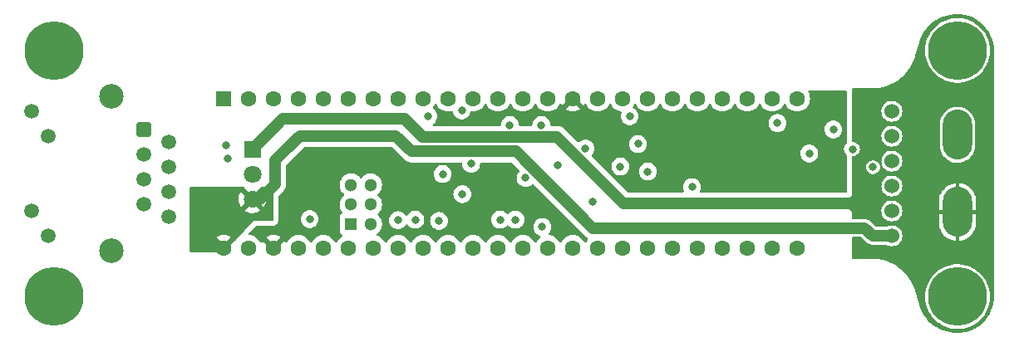
<source format=gbr>
%TF.GenerationSoftware,KiCad,Pcbnew,(6.0.1)*%
%TF.CreationDate,2022-11-25T01:31:12-06:00*%
%TF.ProjectId,NavBoard_Hardware,4e617642-6f61-4726-945f-486172647761,rev?*%
%TF.SameCoordinates,Original*%
%TF.FileFunction,Copper,L3,Inr*%
%TF.FilePolarity,Positive*%
%FSLAX46Y46*%
G04 Gerber Fmt 4.6, Leading zero omitted, Abs format (unit mm)*
G04 Created by KiCad (PCBNEW (6.0.1)) date 2022-11-25 01:31:12*
%MOMM*%
%LPD*%
G01*
G04 APERTURE LIST*
G04 Aperture macros list*
%AMRoundRect*
0 Rectangle with rounded corners*
0 $1 Rounding radius*
0 $2 $3 $4 $5 $6 $7 $8 $9 X,Y pos of 4 corners*
0 Add a 4 corners polygon primitive as box body*
4,1,4,$2,$3,$4,$5,$6,$7,$8,$9,$2,$3,0*
0 Add four circle primitives for the rounded corners*
1,1,$1+$1,$2,$3*
1,1,$1+$1,$4,$5*
1,1,$1+$1,$6,$7*
1,1,$1+$1,$8,$9*
0 Add four rect primitives between the rounded corners*
20,1,$1+$1,$2,$3,$4,$5,0*
20,1,$1+$1,$4,$5,$6,$7,0*
20,1,$1+$1,$6,$7,$8,$9,0*
20,1,$1+$1,$8,$9,$2,$3,0*%
G04 Aperture macros list end*
%TA.AperFunction,ComponentPad*%
%ADD10R,1.800000X1.800000*%
%TD*%
%TA.AperFunction,ComponentPad*%
%ADD11C,1.800000*%
%TD*%
%TA.AperFunction,ComponentPad*%
%ADD12C,6.000000*%
%TD*%
%TA.AperFunction,ComponentPad*%
%ADD13RoundRect,0.250500X-0.499500X0.499500X-0.499500X-0.499500X0.499500X-0.499500X0.499500X0.499500X0*%
%TD*%
%TA.AperFunction,ComponentPad*%
%ADD14C,1.500000*%
%TD*%
%TA.AperFunction,ComponentPad*%
%ADD15C,2.500000*%
%TD*%
%TA.AperFunction,ComponentPad*%
%ADD16C,1.524000*%
%TD*%
%TA.AperFunction,ComponentPad*%
%ADD17R,1.600000X1.600000*%
%TD*%
%TA.AperFunction,ComponentPad*%
%ADD18C,1.600000*%
%TD*%
%TA.AperFunction,ComponentPad*%
%ADD19R,1.300000X1.300000*%
%TD*%
%TA.AperFunction,ComponentPad*%
%ADD20C,1.300000*%
%TD*%
%TA.AperFunction,ComponentPad*%
%ADD21O,3.000000X5.100000*%
%TD*%
%TA.AperFunction,ViaPad*%
%ADD22C,0.800000*%
%TD*%
%TA.AperFunction,Conductor*%
%ADD23C,1.200000*%
%TD*%
%TA.AperFunction,Conductor*%
%ADD24C,0.500000*%
%TD*%
G04 APERTURE END LIST*
D10*
%TO.N,+12V*%
%TO.C,U2*%
X81480000Y-68087500D03*
D11*
%TO.N,GND*%
X81480000Y-70627500D03*
%TO.N,+5V*%
X81480000Y-73167500D03*
%TD*%
D12*
%TO.N,GND*%
%TO.C,H3*%
X153300000Y-83100000D03*
%TD*%
%TO.N,GND*%
%TO.C,H2*%
X153300000Y-58000000D03*
%TD*%
%TO.N,GND*%
%TO.C,H1*%
X61300000Y-58000000D03*
%TD*%
D13*
%TO.N,/ETHERNET_TX+*%
%TO.C,J2*%
X70425000Y-66100000D03*
D14*
%TO.N,Net-(C1-Pad1)*%
X72965000Y-67370000D03*
%TO.N,/ETHERNET_TX-*%
X70425000Y-68640000D03*
%TO.N,/ETHERNET_RX+*%
X72965000Y-69910000D03*
%TO.N,Net-(C1-Pad1)*%
X70425000Y-71180000D03*
%TO.N,/ETHERNET_RX-*%
X72965000Y-72450000D03*
%TO.N,unconnected-(J2-Pad7)*%
X70425000Y-73720000D03*
%TO.N,GND*%
X72965000Y-74990000D03*
X58995000Y-64220000D03*
%TO.N,/ETHERNET_LED*%
X60695000Y-66760000D03*
%TO.N,unconnected-(J2-Pad11)*%
X58995000Y-74330000D03*
%TO.N,unconnected-(J2-Pad12)*%
X60695000Y-76870000D03*
D15*
%TO.N,GND*%
X67125000Y-78420000D03*
X67125000Y-62670000D03*
%TD*%
D12*
%TO.N,GND*%
%TO.C,H4*%
X61300000Y-83100000D03*
%TD*%
D16*
%TO.N,+5V*%
%TO.C,J1*%
X146612000Y-76900000D03*
%TO.N,GND*%
X146612000Y-74360000D03*
%TO.N,/GPS-TX*%
X146612000Y-71820000D03*
%TO.N,/GPS-RX*%
X146612000Y-69280000D03*
%TO.N,Net-(J1-Pad5)*%
X146612000Y-66740000D03*
%TO.N,Net-(J1-Pad6)*%
X146612000Y-64200000D03*
%TD*%
D17*
%TO.N,GND*%
%TO.C,U1*%
X78550200Y-62900000D03*
D18*
%TO.N,unconnected-(U1-Pad2)*%
X81090200Y-62900000D03*
%TO.N,unconnected-(U1-Pad3)*%
X83630200Y-62900000D03*
%TO.N,unconnected-(U1-Pad4)*%
X86170200Y-62900000D03*
%TO.N,unconnected-(U1-Pad5)*%
X88710200Y-62900000D03*
%TO.N,unconnected-(U1-Pad6)*%
X91250200Y-62900000D03*
%TO.N,unconnected-(U1-Pad7)*%
X93790200Y-62900000D03*
%TO.N,unconnected-(U1-Pad8)*%
X96330200Y-62900000D03*
%TO.N,unconnected-(U1-Pad9)*%
X98870200Y-62900000D03*
%TO.N,/BHI-SDA*%
X101410200Y-62900000D03*
%TO.N,/BHI-SCL*%
X103950200Y-62900000D03*
%TO.N,unconnected-(U1-Pad12)*%
X106490200Y-62900000D03*
%TO.N,unconnected-(U1-Pad13)*%
X109030200Y-62900000D03*
%TO.N,/ICM-SCLK*%
X111570200Y-62900000D03*
%TO.N,+3V3*%
X114110200Y-62900000D03*
%TO.N,unconnected-(U1-Pad16)*%
X116650200Y-62900000D03*
%TO.N,unconnected-(U1-Pad17)*%
X119190200Y-62900000D03*
%TO.N,unconnected-(U1-Pad18)*%
X121730200Y-62900000D03*
%TO.N,unconnected-(U1-Pad19)*%
X124270200Y-62900000D03*
%TO.N,unconnected-(U1-Pad20)*%
X126810200Y-62900000D03*
%TO.N,unconnected-(U1-Pad21)*%
X129350200Y-62900000D03*
%TO.N,/GPS-TX*%
X131890200Y-62900000D03*
%TO.N,/GPS-RX*%
X134430200Y-62900000D03*
%TO.N,unconnected-(U1-Pad24)*%
X136970200Y-62900000D03*
%TO.N,unconnected-(U1-Pad25)*%
X136970200Y-78140000D03*
%TO.N,/SPI_LED*%
X134430200Y-78140000D03*
%TO.N,/UART_LED*%
X131890200Y-78140000D03*
%TO.N,/I2C_LED*%
X129350200Y-78140000D03*
%TO.N,unconnected-(U1-Pad29)*%
X126810200Y-78140000D03*
%TO.N,unconnected-(U1-Pad30)*%
X124270200Y-78140000D03*
%TO.N,unconnected-(U1-Pad31)*%
X121730200Y-78140000D03*
%TO.N,/GPS-SDA*%
X119190200Y-78140000D03*
%TO.N,/GPS-SCL*%
X116650200Y-78140000D03*
%TO.N,GND*%
X114110200Y-78140000D03*
%TO.N,/ICM-MISO*%
X111570200Y-78140000D03*
%TO.N,/ICM-MOSI*%
X109030200Y-78140000D03*
%TO.N,/ICM-CS*%
X106490200Y-78140000D03*
%TO.N,unconnected-(U1-Pad38)*%
X103950200Y-78140000D03*
%TO.N,unconnected-(U1-Pad39)*%
X101410200Y-78140000D03*
%TO.N,unconnected-(U1-Pad40)*%
X98870200Y-78140000D03*
%TO.N,unconnected-(U1-Pad41)*%
X96330200Y-78140000D03*
%TO.N,unconnected-(U1-Pad42)*%
X93790200Y-78140000D03*
%TO.N,unconnected-(U1-Pad43)*%
X91250200Y-78140000D03*
%TO.N,unconnected-(U1-Pad44)*%
X88710200Y-78140000D03*
%TO.N,unconnected-(U1-Pad45)*%
X86170200Y-78140000D03*
%TO.N,+3V3*%
X83630200Y-78140000D03*
%TO.N,GND*%
X81090200Y-78140000D03*
%TO.N,+5V*%
X78550200Y-78140000D03*
D19*
%TO.N,/ETHERNET_RX+*%
X91520200Y-75701600D03*
D20*
%TO.N,/ETHERNET_LED*%
X91520200Y-73701600D03*
%TO.N,/ETHERNET_TX-*%
X91520200Y-71701600D03*
%TO.N,/ETHERNET_TX+*%
X93520200Y-71701600D03*
%TO.N,GND*%
X93520200Y-73701600D03*
%TO.N,/ETHERNET_RX-*%
X93520200Y-75701600D03*
%TD*%
D21*
%TO.N,GND*%
%TO.C,Conn1*%
X153300000Y-66600000D03*
%TO.N,+12V*%
X153300000Y-74474000D03*
%TD*%
D22*
%TO.N,+3V3*%
X107950000Y-71049999D03*
X106455000Y-71049999D03*
X123648929Y-67938570D03*
X139200000Y-69400000D03*
X85700000Y-73600000D03*
X129900000Y-67100000D03*
X104755000Y-72350000D03*
X132400000Y-66900000D03*
X124548929Y-72038570D03*
X114000000Y-76400000D03*
X122648929Y-67438570D03*
X117400000Y-65200000D03*
%TO.N,GND*%
X78800000Y-67700000D03*
X115400000Y-68000000D03*
X134950000Y-65400000D03*
X142650000Y-68050000D03*
X110900000Y-65600000D03*
X106700000Y-75250000D03*
X107700000Y-65600000D03*
X102855000Y-72650000D03*
X116100000Y-73400000D03*
X98067501Y-75262499D03*
X140650000Y-66050000D03*
X100855000Y-70600000D03*
X138200000Y-68500000D03*
X96300000Y-75300000D03*
X79000000Y-69000000D03*
X100479999Y-75375001D03*
X126248929Y-71938570D03*
X120748929Y-67538570D03*
X121748929Y-70338570D03*
X103755000Y-69550000D03*
X99400000Y-64700000D03*
X119900000Y-64700000D03*
X111000000Y-76000000D03*
X102800000Y-64100000D03*
X144700000Y-69900000D03*
X108255000Y-75250000D03*
%TO.N,+5V*%
X85000000Y-68000000D03*
%TO.N,/ETHERNET_LED*%
X87300000Y-75200000D03*
%TO.N,Net-(R11-Pad1)*%
X118948929Y-69838570D03*
%TO.N,/ICM-CS*%
X112600000Y-69700000D03*
%TO.N,/ICM-SCLK*%
X109300000Y-71000000D03*
%TD*%
D23*
%TO.N,+12V*%
X119300000Y-73600000D02*
X142500000Y-73600000D01*
X97000000Y-65000000D02*
X98800000Y-66800000D01*
X142550000Y-73600000D02*
X142550000Y-73650000D01*
X142500000Y-73600000D02*
X143400000Y-74500000D01*
X81480000Y-68087500D02*
X84567500Y-65000000D01*
X143450000Y-74500000D02*
X143450000Y-72700000D01*
X84567500Y-65000000D02*
X97000000Y-65000000D01*
X143400000Y-74500000D02*
X143450000Y-74500000D01*
X112500000Y-66800000D02*
X119300000Y-73600000D01*
X98800000Y-66800000D02*
X112500000Y-66800000D01*
X143450000Y-72700000D02*
X142550000Y-73600000D01*
%TO.N,+5V*%
X83800000Y-69200000D02*
X83800000Y-71600000D01*
X108300000Y-68300000D02*
X116100000Y-76100000D01*
X78550200Y-78000000D02*
X75840000Y-78000000D01*
X97700000Y-68300000D02*
X108300000Y-68300000D01*
X85000000Y-68000000D02*
X83800000Y-69200000D01*
X82232500Y-73167500D02*
X83750000Y-71650000D01*
X144650000Y-76900000D02*
X146612000Y-76900000D01*
X96100000Y-66700000D02*
X97700000Y-68300000D01*
X116100000Y-76100000D02*
X143850000Y-76100000D01*
X143850000Y-76100000D02*
X144650000Y-76900000D01*
D24*
X78550200Y-78140000D02*
X78660000Y-78140000D01*
D23*
X86300000Y-66700000D02*
X96100000Y-66700000D01*
X81480000Y-73167500D02*
X82232500Y-73167500D01*
X85000000Y-68000000D02*
X86300000Y-66700000D01*
%TD*%
%TA.AperFunction,Conductor*%
%TO.N,+3V3*%
G36*
X95656776Y-67828502D02*
G01*
X95677750Y-67845405D01*
X96274351Y-68442007D01*
X96842449Y-69010105D01*
X96849435Y-69018379D01*
X96849665Y-69018180D01*
X96853588Y-69022725D01*
X96857054Y-69027611D01*
X96891400Y-69060490D01*
X96924017Y-69091714D01*
X96925981Y-69093637D01*
X96953540Y-69121196D01*
X96955850Y-69123103D01*
X96959259Y-69125918D01*
X96966163Y-69132060D01*
X97009850Y-69173881D01*
X97014889Y-69177135D01*
X97014892Y-69177137D01*
X97037993Y-69192053D01*
X97049877Y-69200751D01*
X97071081Y-69218262D01*
X97071090Y-69218268D01*
X97075706Y-69222080D01*
X97128817Y-69251097D01*
X97136698Y-69255786D01*
X97187548Y-69288620D01*
X97193115Y-69290863D01*
X97193116Y-69290864D01*
X97218625Y-69301144D01*
X97231931Y-69307433D01*
X97261330Y-69323496D01*
X97318969Y-69341947D01*
X97327607Y-69345066D01*
X97383737Y-69367686D01*
X97389622Y-69368835D01*
X97389628Y-69368837D01*
X97416612Y-69374106D01*
X97430876Y-69377769D01*
X97462781Y-69387982D01*
X97468726Y-69388696D01*
X97468739Y-69388699D01*
X97522855Y-69395200D01*
X97531975Y-69396636D01*
X97586875Y-69407357D01*
X97586880Y-69407358D01*
X97591337Y-69408228D01*
X97596899Y-69408500D01*
X97626041Y-69408500D01*
X97641069Y-69409399D01*
X97666847Y-69412496D01*
X97666851Y-69412496D01*
X97672794Y-69413210D01*
X97678770Y-69412787D01*
X97678773Y-69412787D01*
X97734868Y-69408815D01*
X97743767Y-69408500D01*
X102716431Y-69408500D01*
X102784552Y-69428502D01*
X102831045Y-69482158D01*
X102839970Y-69536830D01*
X102842186Y-69536830D01*
X102842186Y-69543435D01*
X102841496Y-69550000D01*
X102842186Y-69556565D01*
X102858034Y-69707346D01*
X102861458Y-69739928D01*
X102920473Y-69921556D01*
X103015960Y-70086944D01*
X103020378Y-70091851D01*
X103020379Y-70091852D01*
X103121214Y-70203841D01*
X103143747Y-70228866D01*
X103233250Y-70293894D01*
X103292257Y-70336765D01*
X103298248Y-70341118D01*
X103304276Y-70343802D01*
X103304278Y-70343803D01*
X103391753Y-70382749D01*
X103472712Y-70418794D01*
X103566112Y-70438647D01*
X103653056Y-70457128D01*
X103653061Y-70457128D01*
X103659513Y-70458500D01*
X103850487Y-70458500D01*
X103856939Y-70457128D01*
X103856944Y-70457128D01*
X103943888Y-70438647D01*
X104037288Y-70418794D01*
X104118247Y-70382749D01*
X104205722Y-70343803D01*
X104205724Y-70343802D01*
X104211752Y-70341118D01*
X104217744Y-70336765D01*
X104276750Y-70293894D01*
X104366253Y-70228866D01*
X104388786Y-70203841D01*
X104489621Y-70091852D01*
X104489622Y-70091851D01*
X104494040Y-70086944D01*
X104589527Y-69921556D01*
X104648542Y-69739928D01*
X104651967Y-69707346D01*
X104667814Y-69556565D01*
X104668504Y-69550000D01*
X104667814Y-69543435D01*
X104667814Y-69536830D01*
X104670243Y-69536830D01*
X104681029Y-69477837D01*
X104729528Y-69425988D01*
X104793569Y-69408500D01*
X107788655Y-69408500D01*
X107856776Y-69428502D01*
X107877750Y-69445405D01*
X108634869Y-70202524D01*
X108668895Y-70264836D01*
X108663830Y-70335651D01*
X108639413Y-70375925D01*
X108560960Y-70463056D01*
X108543208Y-70493803D01*
X108485955Y-70592969D01*
X108465473Y-70628444D01*
X108406458Y-70810072D01*
X108405768Y-70816633D01*
X108405768Y-70816635D01*
X108399580Y-70875514D01*
X108386496Y-71000000D01*
X108387186Y-71006565D01*
X108405520Y-71180999D01*
X108406458Y-71189928D01*
X108465473Y-71371556D01*
X108560960Y-71536944D01*
X108565378Y-71541851D01*
X108565379Y-71541852D01*
X108676629Y-71665408D01*
X108688747Y-71678866D01*
X108723553Y-71704154D01*
X108819115Y-71773584D01*
X108843248Y-71791118D01*
X108849276Y-71793802D01*
X108849278Y-71793803D01*
X108995449Y-71858882D01*
X109017712Y-71868794D01*
X109083986Y-71882881D01*
X109198056Y-71907128D01*
X109198061Y-71907128D01*
X109204513Y-71908500D01*
X109395487Y-71908500D01*
X109401939Y-71907128D01*
X109401944Y-71907128D01*
X109516014Y-71882881D01*
X109582288Y-71868794D01*
X109604551Y-71858882D01*
X109750722Y-71793803D01*
X109750724Y-71793802D01*
X109756752Y-71791118D01*
X109772283Y-71779834D01*
X109905909Y-71682749D01*
X109905911Y-71682747D01*
X109911253Y-71678866D01*
X109917142Y-71672325D01*
X109918230Y-71671655D01*
X109920580Y-71669539D01*
X109920967Y-71669969D01*
X109977584Y-71635082D01*
X110048568Y-71636428D01*
X110099879Y-71667534D01*
X112676498Y-74244154D01*
X115242449Y-76810105D01*
X115249435Y-76818379D01*
X115249665Y-76818180D01*
X115253588Y-76822725D01*
X115257054Y-76827611D01*
X115301334Y-76870000D01*
X115324016Y-76891713D01*
X115325980Y-76893636D01*
X115353540Y-76921196D01*
X115355852Y-76923106D01*
X115355855Y-76923108D01*
X115359261Y-76925921D01*
X115366145Y-76932043D01*
X115409850Y-76973881D01*
X115414886Y-76977133D01*
X115414890Y-76977136D01*
X115437992Y-76992053D01*
X115449874Y-77000749D01*
X115471081Y-77018262D01*
X115471084Y-77018264D01*
X115475705Y-77022080D01*
X115512024Y-77041923D01*
X115528797Y-77051087D01*
X115536717Y-77055798D01*
X115587548Y-77088620D01*
X115593112Y-77090862D01*
X115593121Y-77090867D01*
X115599053Y-77093257D01*
X115654759Y-77137272D01*
X115677826Y-77204417D01*
X115660929Y-77273373D01*
X115648473Y-77291118D01*
X115647894Y-77291808D01*
X115644002Y-77295700D01*
X115640850Y-77300202D01*
X115640848Y-77300204D01*
X115636047Y-77307061D01*
X115512677Y-77483251D01*
X115510354Y-77488233D01*
X115510351Y-77488238D01*
X115494395Y-77522457D01*
X115447478Y-77575742D01*
X115379201Y-77595203D01*
X115311241Y-77574661D01*
X115266005Y-77522457D01*
X115250049Y-77488238D01*
X115250046Y-77488233D01*
X115247723Y-77483251D01*
X115143566Y-77334500D01*
X115119557Y-77300211D01*
X115119555Y-77300208D01*
X115116398Y-77295700D01*
X114954500Y-77133802D01*
X114949992Y-77130645D01*
X114949989Y-77130643D01*
X114839086Y-77052988D01*
X114766949Y-77002477D01*
X114761967Y-77000154D01*
X114761962Y-77000151D01*
X114564425Y-76908039D01*
X114564424Y-76908039D01*
X114559443Y-76905716D01*
X114554135Y-76904294D01*
X114554133Y-76904293D01*
X114343602Y-76847881D01*
X114343600Y-76847881D01*
X114338287Y-76846457D01*
X114110200Y-76826502D01*
X113882113Y-76846457D01*
X113876800Y-76847881D01*
X113876798Y-76847881D01*
X113666267Y-76904293D01*
X113666265Y-76904294D01*
X113660957Y-76905716D01*
X113655976Y-76908039D01*
X113655975Y-76908039D01*
X113458438Y-77000151D01*
X113458433Y-77000154D01*
X113453451Y-77002477D01*
X113381314Y-77052988D01*
X113270411Y-77130643D01*
X113270408Y-77130645D01*
X113265900Y-77133802D01*
X113104002Y-77295700D01*
X113100845Y-77300208D01*
X113100843Y-77300211D01*
X113076834Y-77334500D01*
X112972677Y-77483251D01*
X112970354Y-77488233D01*
X112970351Y-77488238D01*
X112954395Y-77522457D01*
X112907478Y-77575742D01*
X112839201Y-77595203D01*
X112771241Y-77574661D01*
X112726005Y-77522457D01*
X112710049Y-77488238D01*
X112710046Y-77488233D01*
X112707723Y-77483251D01*
X112603566Y-77334500D01*
X112579557Y-77300211D01*
X112579555Y-77300208D01*
X112576398Y-77295700D01*
X112414500Y-77133802D01*
X112409992Y-77130645D01*
X112409989Y-77130643D01*
X112299086Y-77052988D01*
X112226949Y-77002477D01*
X112221967Y-77000154D01*
X112221962Y-77000151D01*
X112024425Y-76908039D01*
X112024424Y-76908039D01*
X112019443Y-76905716D01*
X112014135Y-76904294D01*
X112014133Y-76904293D01*
X111803602Y-76847881D01*
X111803600Y-76847881D01*
X111798287Y-76846457D01*
X111792801Y-76845977D01*
X111792795Y-76845976D01*
X111736785Y-76841075D01*
X111670667Y-76815212D01*
X111629027Y-76757708D01*
X111625087Y-76686821D01*
X111654131Y-76631245D01*
X111659208Y-76625607D01*
X111704395Y-76575421D01*
X111734621Y-76541852D01*
X111734622Y-76541851D01*
X111739040Y-76536944D01*
X111799087Y-76432939D01*
X111831223Y-76377279D01*
X111831224Y-76377278D01*
X111834527Y-76371556D01*
X111893542Y-76189928D01*
X111894601Y-76179858D01*
X111912814Y-76006565D01*
X111913504Y-76000000D01*
X111906028Y-75928866D01*
X111894232Y-75816635D01*
X111894232Y-75816633D01*
X111893542Y-75810072D01*
X111834527Y-75628444D01*
X111825861Y-75613433D01*
X111790840Y-75552776D01*
X111739040Y-75463056D01*
X111718216Y-75439928D01*
X111615675Y-75326045D01*
X111615674Y-75326044D01*
X111611253Y-75321134D01*
X111456752Y-75208882D01*
X111450724Y-75206198D01*
X111450722Y-75206197D01*
X111288319Y-75133891D01*
X111288318Y-75133891D01*
X111282288Y-75131206D01*
X111182861Y-75110072D01*
X111101944Y-75092872D01*
X111101939Y-75092872D01*
X111095487Y-75091500D01*
X110904513Y-75091500D01*
X110898061Y-75092872D01*
X110898056Y-75092872D01*
X110817139Y-75110072D01*
X110717712Y-75131206D01*
X110711682Y-75133891D01*
X110711681Y-75133891D01*
X110549278Y-75206197D01*
X110549276Y-75206198D01*
X110543248Y-75208882D01*
X110388747Y-75321134D01*
X110384326Y-75326044D01*
X110384325Y-75326045D01*
X110281785Y-75439928D01*
X110260960Y-75463056D01*
X110209160Y-75552776D01*
X110174140Y-75613433D01*
X110165473Y-75628444D01*
X110106458Y-75810072D01*
X110105768Y-75816633D01*
X110105768Y-75816635D01*
X110093972Y-75928866D01*
X110086496Y-76000000D01*
X110087186Y-76006565D01*
X110105400Y-76179858D01*
X110106458Y-76189928D01*
X110165473Y-76371556D01*
X110168776Y-76377278D01*
X110168777Y-76377279D01*
X110200913Y-76432939D01*
X110260960Y-76536944D01*
X110265378Y-76541851D01*
X110265379Y-76541852D01*
X110380384Y-76669578D01*
X110388747Y-76678866D01*
X110450966Y-76724071D01*
X110506579Y-76764476D01*
X110543248Y-76791118D01*
X110549276Y-76793802D01*
X110549278Y-76793803D01*
X110711681Y-76866109D01*
X110717712Y-76868794D01*
X110726372Y-76870635D01*
X110730879Y-76871593D01*
X110793353Y-76905320D01*
X110827675Y-76967470D01*
X110822948Y-77038309D01*
X110776955Y-77098053D01*
X110730411Y-77130643D01*
X110730408Y-77130645D01*
X110725900Y-77133802D01*
X110564002Y-77295700D01*
X110560845Y-77300208D01*
X110560843Y-77300211D01*
X110536834Y-77334500D01*
X110432677Y-77483251D01*
X110430354Y-77488233D01*
X110430351Y-77488238D01*
X110414395Y-77522457D01*
X110367478Y-77575742D01*
X110299201Y-77595203D01*
X110231241Y-77574661D01*
X110186005Y-77522457D01*
X110170049Y-77488238D01*
X110170046Y-77488233D01*
X110167723Y-77483251D01*
X110063566Y-77334500D01*
X110039557Y-77300211D01*
X110039555Y-77300208D01*
X110036398Y-77295700D01*
X109874500Y-77133802D01*
X109869992Y-77130645D01*
X109869989Y-77130643D01*
X109759086Y-77052988D01*
X109686949Y-77002477D01*
X109681967Y-77000154D01*
X109681962Y-77000151D01*
X109484425Y-76908039D01*
X109484424Y-76908039D01*
X109479443Y-76905716D01*
X109474135Y-76904294D01*
X109474133Y-76904293D01*
X109263602Y-76847881D01*
X109263600Y-76847881D01*
X109258287Y-76846457D01*
X109030200Y-76826502D01*
X108802113Y-76846457D01*
X108796800Y-76847881D01*
X108796798Y-76847881D01*
X108586267Y-76904293D01*
X108586265Y-76904294D01*
X108580957Y-76905716D01*
X108575976Y-76908039D01*
X108575975Y-76908039D01*
X108378438Y-77000151D01*
X108378433Y-77000154D01*
X108373451Y-77002477D01*
X108301314Y-77052988D01*
X108190411Y-77130643D01*
X108190408Y-77130645D01*
X108185900Y-77133802D01*
X108024002Y-77295700D01*
X108020845Y-77300208D01*
X108020843Y-77300211D01*
X107996834Y-77334500D01*
X107892677Y-77483251D01*
X107890354Y-77488233D01*
X107890351Y-77488238D01*
X107874395Y-77522457D01*
X107827478Y-77575742D01*
X107759201Y-77595203D01*
X107691241Y-77574661D01*
X107646005Y-77522457D01*
X107630049Y-77488238D01*
X107630046Y-77488233D01*
X107627723Y-77483251D01*
X107523566Y-77334500D01*
X107499557Y-77300211D01*
X107499555Y-77300208D01*
X107496398Y-77295700D01*
X107334500Y-77133802D01*
X107329992Y-77130645D01*
X107329989Y-77130643D01*
X107219086Y-77052988D01*
X107146949Y-77002477D01*
X107141967Y-77000154D01*
X107141962Y-77000151D01*
X106944425Y-76908039D01*
X106944424Y-76908039D01*
X106939443Y-76905716D01*
X106934135Y-76904294D01*
X106934133Y-76904293D01*
X106723602Y-76847881D01*
X106723600Y-76847881D01*
X106718287Y-76846457D01*
X106490200Y-76826502D01*
X106262113Y-76846457D01*
X106256800Y-76847881D01*
X106256798Y-76847881D01*
X106046267Y-76904293D01*
X106046265Y-76904294D01*
X106040957Y-76905716D01*
X106035976Y-76908039D01*
X106035975Y-76908039D01*
X105838438Y-77000151D01*
X105838433Y-77000154D01*
X105833451Y-77002477D01*
X105761314Y-77052988D01*
X105650411Y-77130643D01*
X105650408Y-77130645D01*
X105645900Y-77133802D01*
X105484002Y-77295700D01*
X105480845Y-77300208D01*
X105480843Y-77300211D01*
X105456834Y-77334500D01*
X105352677Y-77483251D01*
X105350354Y-77488233D01*
X105350351Y-77488238D01*
X105334395Y-77522457D01*
X105287478Y-77575742D01*
X105219201Y-77595203D01*
X105151241Y-77574661D01*
X105106005Y-77522457D01*
X105090049Y-77488238D01*
X105090046Y-77488233D01*
X105087723Y-77483251D01*
X104983566Y-77334500D01*
X104959557Y-77300211D01*
X104959555Y-77300208D01*
X104956398Y-77295700D01*
X104794500Y-77133802D01*
X104789992Y-77130645D01*
X104789989Y-77130643D01*
X104679086Y-77052988D01*
X104606949Y-77002477D01*
X104601967Y-77000154D01*
X104601962Y-77000151D01*
X104404425Y-76908039D01*
X104404424Y-76908039D01*
X104399443Y-76905716D01*
X104394135Y-76904294D01*
X104394133Y-76904293D01*
X104183602Y-76847881D01*
X104183600Y-76847881D01*
X104178287Y-76846457D01*
X103950200Y-76826502D01*
X103722113Y-76846457D01*
X103716800Y-76847881D01*
X103716798Y-76847881D01*
X103506267Y-76904293D01*
X103506265Y-76904294D01*
X103500957Y-76905716D01*
X103495976Y-76908039D01*
X103495975Y-76908039D01*
X103298438Y-77000151D01*
X103298433Y-77000154D01*
X103293451Y-77002477D01*
X103221314Y-77052988D01*
X103110411Y-77130643D01*
X103110408Y-77130645D01*
X103105900Y-77133802D01*
X102944002Y-77295700D01*
X102940845Y-77300208D01*
X102940843Y-77300211D01*
X102916834Y-77334500D01*
X102812677Y-77483251D01*
X102810354Y-77488233D01*
X102810351Y-77488238D01*
X102794395Y-77522457D01*
X102747478Y-77575742D01*
X102679201Y-77595203D01*
X102611241Y-77574661D01*
X102566005Y-77522457D01*
X102550049Y-77488238D01*
X102550046Y-77488233D01*
X102547723Y-77483251D01*
X102443566Y-77334500D01*
X102419557Y-77300211D01*
X102419555Y-77300208D01*
X102416398Y-77295700D01*
X102254500Y-77133802D01*
X102249992Y-77130645D01*
X102249989Y-77130643D01*
X102139086Y-77052988D01*
X102066949Y-77002477D01*
X102061967Y-77000154D01*
X102061962Y-77000151D01*
X101864425Y-76908039D01*
X101864424Y-76908039D01*
X101859443Y-76905716D01*
X101854135Y-76904294D01*
X101854133Y-76904293D01*
X101643602Y-76847881D01*
X101643600Y-76847881D01*
X101638287Y-76846457D01*
X101410200Y-76826502D01*
X101182113Y-76846457D01*
X101176800Y-76847881D01*
X101176798Y-76847881D01*
X100966267Y-76904293D01*
X100966265Y-76904294D01*
X100960957Y-76905716D01*
X100955976Y-76908039D01*
X100955975Y-76908039D01*
X100758438Y-77000151D01*
X100758433Y-77000154D01*
X100753451Y-77002477D01*
X100681314Y-77052988D01*
X100570411Y-77130643D01*
X100570408Y-77130645D01*
X100565900Y-77133802D01*
X100404002Y-77295700D01*
X100400845Y-77300208D01*
X100400843Y-77300211D01*
X100376834Y-77334500D01*
X100272677Y-77483251D01*
X100270354Y-77488233D01*
X100270351Y-77488238D01*
X100254395Y-77522457D01*
X100207478Y-77575742D01*
X100139201Y-77595203D01*
X100071241Y-77574661D01*
X100026005Y-77522457D01*
X100010049Y-77488238D01*
X100010046Y-77488233D01*
X100007723Y-77483251D01*
X99903566Y-77334500D01*
X99879557Y-77300211D01*
X99879555Y-77300208D01*
X99876398Y-77295700D01*
X99714500Y-77133802D01*
X99709992Y-77130645D01*
X99709989Y-77130643D01*
X99599086Y-77052988D01*
X99526949Y-77002477D01*
X99521967Y-77000154D01*
X99521962Y-77000151D01*
X99324425Y-76908039D01*
X99324424Y-76908039D01*
X99319443Y-76905716D01*
X99314135Y-76904294D01*
X99314133Y-76904293D01*
X99103602Y-76847881D01*
X99103600Y-76847881D01*
X99098287Y-76846457D01*
X98870200Y-76826502D01*
X98642113Y-76846457D01*
X98636800Y-76847881D01*
X98636798Y-76847881D01*
X98426267Y-76904293D01*
X98426265Y-76904294D01*
X98420957Y-76905716D01*
X98415976Y-76908039D01*
X98415975Y-76908039D01*
X98218438Y-77000151D01*
X98218433Y-77000154D01*
X98213451Y-77002477D01*
X98141314Y-77052988D01*
X98030411Y-77130643D01*
X98030408Y-77130645D01*
X98025900Y-77133802D01*
X97864002Y-77295700D01*
X97860845Y-77300208D01*
X97860843Y-77300211D01*
X97836834Y-77334500D01*
X97732677Y-77483251D01*
X97730354Y-77488233D01*
X97730351Y-77488238D01*
X97714395Y-77522457D01*
X97667478Y-77575742D01*
X97599201Y-77595203D01*
X97531241Y-77574661D01*
X97486005Y-77522457D01*
X97470049Y-77488238D01*
X97470046Y-77488233D01*
X97467723Y-77483251D01*
X97363566Y-77334500D01*
X97339557Y-77300211D01*
X97339555Y-77300208D01*
X97336398Y-77295700D01*
X97174500Y-77133802D01*
X97169992Y-77130645D01*
X97169989Y-77130643D01*
X97059086Y-77052988D01*
X96986949Y-77002477D01*
X96981967Y-77000154D01*
X96981962Y-77000151D01*
X96784425Y-76908039D01*
X96784424Y-76908039D01*
X96779443Y-76905716D01*
X96774135Y-76904294D01*
X96774133Y-76904293D01*
X96563602Y-76847881D01*
X96563600Y-76847881D01*
X96558287Y-76846457D01*
X96330200Y-76826502D01*
X96102113Y-76846457D01*
X96096800Y-76847881D01*
X96096798Y-76847881D01*
X95886267Y-76904293D01*
X95886265Y-76904294D01*
X95880957Y-76905716D01*
X95875976Y-76908039D01*
X95875975Y-76908039D01*
X95678438Y-77000151D01*
X95678433Y-77000154D01*
X95673451Y-77002477D01*
X95601314Y-77052988D01*
X95490411Y-77130643D01*
X95490408Y-77130645D01*
X95485900Y-77133802D01*
X95324002Y-77295700D01*
X95320845Y-77300208D01*
X95320843Y-77300211D01*
X95296834Y-77334500D01*
X95192677Y-77483251D01*
X95190354Y-77488233D01*
X95190351Y-77488238D01*
X95174395Y-77522457D01*
X95127478Y-77575742D01*
X95059201Y-77595203D01*
X94991241Y-77574661D01*
X94946005Y-77522457D01*
X94930049Y-77488238D01*
X94930046Y-77488233D01*
X94927723Y-77483251D01*
X94823566Y-77334500D01*
X94799557Y-77300211D01*
X94799555Y-77300208D01*
X94796398Y-77295700D01*
X94634500Y-77133802D01*
X94629992Y-77130645D01*
X94629989Y-77130643D01*
X94519086Y-77052988D01*
X94446949Y-77002477D01*
X94441967Y-77000154D01*
X94441962Y-77000151D01*
X94244425Y-76908039D01*
X94244424Y-76908039D01*
X94239443Y-76905716D01*
X94234135Y-76904294D01*
X94234133Y-76904293D01*
X94201809Y-76895632D01*
X94141186Y-76858680D01*
X94110165Y-76794820D01*
X94118593Y-76724325D01*
X94163796Y-76669578D01*
X94172854Y-76663990D01*
X94179193Y-76660440D01*
X94342893Y-76524293D01*
X94449329Y-76396317D01*
X94475349Y-76365031D01*
X94479040Y-76360593D01*
X94583076Y-76174823D01*
X94651516Y-75973205D01*
X94674999Y-75811254D01*
X94681537Y-75766161D01*
X94681537Y-75766159D01*
X94682069Y-75762491D01*
X94683663Y-75701600D01*
X94666498Y-75514795D01*
X94664710Y-75495330D01*
X94664709Y-75495327D01*
X94664181Y-75489576D01*
X94656702Y-75463056D01*
X94610715Y-75300000D01*
X95386496Y-75300000D01*
X95387186Y-75306565D01*
X95404235Y-75468774D01*
X95406458Y-75489928D01*
X95465473Y-75671556D01*
X95560960Y-75836944D01*
X95565378Y-75841851D01*
X95565379Y-75841852D01*
X95678504Y-75967490D01*
X95688747Y-75978866D01*
X95774429Y-76041118D01*
X95830031Y-76081515D01*
X95843248Y-76091118D01*
X95849276Y-76093802D01*
X95849278Y-76093803D01*
X95994591Y-76158500D01*
X96017712Y-76168794D01*
X96111113Y-76188647D01*
X96198056Y-76207128D01*
X96198061Y-76207128D01*
X96204513Y-76208500D01*
X96395487Y-76208500D01*
X96401939Y-76207128D01*
X96401944Y-76207128D01*
X96488887Y-76188647D01*
X96582288Y-76168794D01*
X96605409Y-76158500D01*
X96750722Y-76093803D01*
X96750724Y-76093802D01*
X96756752Y-76091118D01*
X96769970Y-76081515D01*
X96825571Y-76041118D01*
X96911253Y-75978866D01*
X96921496Y-75967490D01*
X97034621Y-75841852D01*
X97034622Y-75841851D01*
X97039040Y-75836944D01*
X97085458Y-75756546D01*
X97136839Y-75707554D01*
X97206553Y-75694118D01*
X97272464Y-75720504D01*
X97303695Y-75756547D01*
X97328461Y-75799443D01*
X97332879Y-75804350D01*
X97332880Y-75804351D01*
X97424610Y-75906227D01*
X97456248Y-75941365D01*
X97536952Y-76000000D01*
X97604334Y-76048956D01*
X97610749Y-76053617D01*
X97616777Y-76056301D01*
X97616779Y-76056302D01*
X97779182Y-76128608D01*
X97785213Y-76131293D01*
X97856328Y-76146409D01*
X97965557Y-76169627D01*
X97965562Y-76169627D01*
X97972014Y-76170999D01*
X98162988Y-76170999D01*
X98169440Y-76169627D01*
X98169445Y-76169627D01*
X98278674Y-76146409D01*
X98349789Y-76131293D01*
X98355820Y-76128608D01*
X98518223Y-76056302D01*
X98518225Y-76056301D01*
X98524253Y-76053617D01*
X98530669Y-76048956D01*
X98598050Y-76000000D01*
X98678754Y-75941365D01*
X98710392Y-75906227D01*
X98802122Y-75804351D01*
X98802123Y-75804350D01*
X98806541Y-75799443D01*
X98867351Y-75694118D01*
X98898724Y-75639778D01*
X98898725Y-75639777D01*
X98902028Y-75634055D01*
X98961043Y-75452427D01*
X98963047Y-75433365D01*
X98969181Y-75375001D01*
X99566495Y-75375001D01*
X99567185Y-75381566D01*
X99585595Y-75556724D01*
X99586457Y-75564929D01*
X99645472Y-75746557D01*
X99648775Y-75752279D01*
X99648776Y-75752280D01*
X99674900Y-75797527D01*
X99740959Y-75911945D01*
X99745377Y-75916852D01*
X99745378Y-75916853D01*
X99814333Y-75993435D01*
X99868746Y-76053867D01*
X99923713Y-76093803D01*
X99996119Y-76146409D01*
X100023247Y-76166119D01*
X100029275Y-76168803D01*
X100029277Y-76168804D01*
X100191680Y-76241110D01*
X100197711Y-76243795D01*
X100291111Y-76263648D01*
X100378055Y-76282129D01*
X100378060Y-76282129D01*
X100384512Y-76283501D01*
X100575486Y-76283501D01*
X100581938Y-76282129D01*
X100581943Y-76282129D01*
X100668886Y-76263648D01*
X100762287Y-76243795D01*
X100768318Y-76241110D01*
X100930721Y-76168804D01*
X100930723Y-76168803D01*
X100936751Y-76166119D01*
X100963880Y-76146409D01*
X101036285Y-76093803D01*
X101091252Y-76053867D01*
X101145665Y-75993435D01*
X101214620Y-75916853D01*
X101214621Y-75916852D01*
X101219039Y-75911945D01*
X101285098Y-75797527D01*
X101311222Y-75752280D01*
X101311223Y-75752279D01*
X101314526Y-75746557D01*
X101373541Y-75564929D01*
X101374404Y-75556724D01*
X101392813Y-75381566D01*
X101393503Y-75375001D01*
X101383355Y-75278448D01*
X101380365Y-75250000D01*
X105786496Y-75250000D01*
X105787186Y-75256565D01*
X105805106Y-75427061D01*
X105806458Y-75439928D01*
X105865473Y-75621556D01*
X105868776Y-75627278D01*
X105868777Y-75627279D01*
X105869450Y-75628444D01*
X105960960Y-75786944D01*
X105965378Y-75791851D01*
X105965379Y-75791852D01*
X106061938Y-75899092D01*
X106088747Y-75928866D01*
X106243248Y-76041118D01*
X106249276Y-76043802D01*
X106249278Y-76043803D01*
X106394591Y-76108500D01*
X106417712Y-76118794D01*
X106511112Y-76138647D01*
X106598056Y-76157128D01*
X106598061Y-76157128D01*
X106604513Y-76158500D01*
X106795487Y-76158500D01*
X106801939Y-76157128D01*
X106801944Y-76157128D01*
X106888887Y-76138647D01*
X106982288Y-76118794D01*
X107005409Y-76108500D01*
X107150722Y-76043803D01*
X107150724Y-76043802D01*
X107156752Y-76041118D01*
X107311253Y-75928866D01*
X107383864Y-75848223D01*
X107444310Y-75810983D01*
X107515293Y-75812335D01*
X107571136Y-75848223D01*
X107643747Y-75928866D01*
X107798248Y-76041118D01*
X107804276Y-76043802D01*
X107804278Y-76043803D01*
X107949591Y-76108500D01*
X107972712Y-76118794D01*
X108066112Y-76138647D01*
X108153056Y-76157128D01*
X108153061Y-76157128D01*
X108159513Y-76158500D01*
X108350487Y-76158500D01*
X108356939Y-76157128D01*
X108356944Y-76157128D01*
X108443887Y-76138647D01*
X108537288Y-76118794D01*
X108560409Y-76108500D01*
X108705722Y-76043803D01*
X108705724Y-76043802D01*
X108711752Y-76041118D01*
X108866253Y-75928866D01*
X108893062Y-75899092D01*
X108989621Y-75791852D01*
X108989622Y-75791851D01*
X108994040Y-75786944D01*
X109085550Y-75628444D01*
X109086223Y-75627279D01*
X109086224Y-75627278D01*
X109089527Y-75621556D01*
X109148542Y-75439928D01*
X109149895Y-75427061D01*
X109167814Y-75256565D01*
X109168504Y-75250000D01*
X109158841Y-75158059D01*
X109149232Y-75066635D01*
X109149232Y-75066633D01*
X109148542Y-75060072D01*
X109089527Y-74878444D01*
X108994040Y-74713056D01*
X108983513Y-74701364D01*
X108870675Y-74576045D01*
X108870674Y-74576044D01*
X108866253Y-74571134D01*
X108745563Y-74483447D01*
X108717094Y-74462763D01*
X108717093Y-74462762D01*
X108711752Y-74458882D01*
X108705724Y-74456198D01*
X108705722Y-74456197D01*
X108543319Y-74383891D01*
X108543318Y-74383891D01*
X108537288Y-74381206D01*
X108440312Y-74360593D01*
X108356944Y-74342872D01*
X108356939Y-74342872D01*
X108350487Y-74341500D01*
X108159513Y-74341500D01*
X108153061Y-74342872D01*
X108153056Y-74342872D01*
X108069688Y-74360593D01*
X107972712Y-74381206D01*
X107966682Y-74383891D01*
X107966681Y-74383891D01*
X107804278Y-74456197D01*
X107804276Y-74456198D01*
X107798248Y-74458882D01*
X107792907Y-74462762D01*
X107792906Y-74462763D01*
X107764437Y-74483447D01*
X107643747Y-74571134D01*
X107639326Y-74576044D01*
X107639325Y-74576045D01*
X107625981Y-74590865D01*
X107577169Y-74645077D01*
X107571136Y-74651777D01*
X107510690Y-74689017D01*
X107439707Y-74687665D01*
X107383864Y-74651777D01*
X107377832Y-74645077D01*
X107329019Y-74590865D01*
X107315675Y-74576045D01*
X107315674Y-74576044D01*
X107311253Y-74571134D01*
X107190563Y-74483447D01*
X107162094Y-74462763D01*
X107162093Y-74462762D01*
X107156752Y-74458882D01*
X107150724Y-74456198D01*
X107150722Y-74456197D01*
X106988319Y-74383891D01*
X106988318Y-74383891D01*
X106982288Y-74381206D01*
X106885312Y-74360593D01*
X106801944Y-74342872D01*
X106801939Y-74342872D01*
X106795487Y-74341500D01*
X106604513Y-74341500D01*
X106598061Y-74342872D01*
X106598056Y-74342872D01*
X106514688Y-74360593D01*
X106417712Y-74381206D01*
X106411682Y-74383891D01*
X106411681Y-74383891D01*
X106249278Y-74456197D01*
X106249276Y-74456198D01*
X106243248Y-74458882D01*
X106237907Y-74462762D01*
X106237906Y-74462763D01*
X106209437Y-74483447D01*
X106088747Y-74571134D01*
X106084326Y-74576044D01*
X106084325Y-74576045D01*
X105971488Y-74701364D01*
X105960960Y-74713056D01*
X105865473Y-74878444D01*
X105806458Y-75060072D01*
X105805768Y-75066633D01*
X105805768Y-75066635D01*
X105796159Y-75158059D01*
X105786496Y-75250000D01*
X101380365Y-75250000D01*
X101374231Y-75191636D01*
X101374231Y-75191634D01*
X101373541Y-75185073D01*
X101314526Y-75003445D01*
X101219039Y-74838057D01*
X101210384Y-74828444D01*
X101095674Y-74701046D01*
X101095673Y-74701045D01*
X101091252Y-74696135D01*
X100972380Y-74609769D01*
X100942093Y-74587764D01*
X100942092Y-74587763D01*
X100936751Y-74583883D01*
X100930723Y-74581199D01*
X100930721Y-74581198D01*
X100768318Y-74508892D01*
X100768317Y-74508892D01*
X100762287Y-74506207D01*
X100668887Y-74486354D01*
X100581943Y-74467873D01*
X100581938Y-74467873D01*
X100575486Y-74466501D01*
X100384512Y-74466501D01*
X100378060Y-74467873D01*
X100378055Y-74467873D01*
X100291111Y-74486354D01*
X100197711Y-74506207D01*
X100191681Y-74508892D01*
X100191680Y-74508892D01*
X100029277Y-74581198D01*
X100029275Y-74581199D01*
X100023247Y-74583883D01*
X100017906Y-74587763D01*
X100017905Y-74587764D01*
X99987618Y-74609769D01*
X99868746Y-74696135D01*
X99864325Y-74701045D01*
X99864324Y-74701046D01*
X99749615Y-74828444D01*
X99740959Y-74838057D01*
X99645472Y-75003445D01*
X99586457Y-75185073D01*
X99585767Y-75191634D01*
X99585767Y-75191636D01*
X99576643Y-75278448D01*
X99566495Y-75375001D01*
X98969181Y-75375001D01*
X98980315Y-75269064D01*
X98981005Y-75262499D01*
X98975126Y-75206565D01*
X98961733Y-75079134D01*
X98961733Y-75079132D01*
X98961043Y-75072571D01*
X98902028Y-74890943D01*
X98898441Y-74884729D01*
X98859653Y-74817548D01*
X98806541Y-74725555D01*
X98800436Y-74718774D01*
X98683176Y-74588544D01*
X98683175Y-74588543D01*
X98678754Y-74583633D01*
X98575882Y-74508892D01*
X98529595Y-74475262D01*
X98529594Y-74475261D01*
X98524253Y-74471381D01*
X98518225Y-74468697D01*
X98518223Y-74468696D01*
X98355820Y-74396390D01*
X98355819Y-74396390D01*
X98349789Y-74393705D01*
X98256388Y-74373852D01*
X98169445Y-74355371D01*
X98169440Y-74355371D01*
X98162988Y-74353999D01*
X97972014Y-74353999D01*
X97965562Y-74355371D01*
X97965557Y-74355371D01*
X97878614Y-74373852D01*
X97785213Y-74393705D01*
X97779183Y-74396390D01*
X97779182Y-74396390D01*
X97616779Y-74468696D01*
X97616777Y-74468697D01*
X97610749Y-74471381D01*
X97605408Y-74475261D01*
X97605407Y-74475262D01*
X97559120Y-74508892D01*
X97456248Y-74583633D01*
X97451827Y-74588543D01*
X97451826Y-74588544D01*
X97334567Y-74718774D01*
X97328461Y-74725555D01*
X97287729Y-74796106D01*
X97282044Y-74805952D01*
X97230662Y-74854945D01*
X97160948Y-74868381D01*
X97095037Y-74841995D01*
X97063806Y-74805952D01*
X97055946Y-74792338D01*
X97039040Y-74763056D01*
X97024645Y-74747068D01*
X96915675Y-74626045D01*
X96915674Y-74626044D01*
X96911253Y-74621134D01*
X96793987Y-74535935D01*
X96762094Y-74512763D01*
X96762093Y-74512762D01*
X96756752Y-74508882D01*
X96750724Y-74506198D01*
X96750722Y-74506197D01*
X96588319Y-74433891D01*
X96588318Y-74433891D01*
X96582288Y-74431206D01*
X96488887Y-74411353D01*
X96401944Y-74392872D01*
X96401939Y-74392872D01*
X96395487Y-74391500D01*
X96204513Y-74391500D01*
X96198061Y-74392872D01*
X96198056Y-74392872D01*
X96111113Y-74411353D01*
X96017712Y-74431206D01*
X96011682Y-74433891D01*
X96011681Y-74433891D01*
X95849278Y-74506197D01*
X95849276Y-74506198D01*
X95843248Y-74508882D01*
X95837907Y-74512762D01*
X95837906Y-74512763D01*
X95806013Y-74535935D01*
X95688747Y-74621134D01*
X95684326Y-74626044D01*
X95684325Y-74626045D01*
X95575356Y-74747068D01*
X95560960Y-74763056D01*
X95514357Y-74843775D01*
X95470826Y-74919173D01*
X95465473Y-74928444D01*
X95406458Y-75110072D01*
X95405768Y-75116633D01*
X95405768Y-75116635D01*
X95403572Y-75137527D01*
X95386496Y-75300000D01*
X94610715Y-75300000D01*
X94607954Y-75290211D01*
X94607953Y-75290209D01*
X94606386Y-75284652D01*
X94595462Y-75262499D01*
X94514770Y-75098873D01*
X94512215Y-75093692D01*
X94384822Y-74923091D01*
X94243371Y-74792336D01*
X94206926Y-74731410D01*
X94209206Y-74660450D01*
X94248331Y-74602939D01*
X94338455Y-74527984D01*
X94342893Y-74524293D01*
X94479040Y-74360593D01*
X94583076Y-74174823D01*
X94651516Y-73973205D01*
X94652362Y-73967375D01*
X94681537Y-73766161D01*
X94681537Y-73766159D01*
X94682069Y-73762491D01*
X94683663Y-73701600D01*
X94664181Y-73489576D01*
X94651272Y-73443803D01*
X94607954Y-73290211D01*
X94607953Y-73290209D01*
X94606386Y-73284652D01*
X94593010Y-73257527D01*
X94514770Y-73098873D01*
X94512215Y-73093692D01*
X94384822Y-72923091D01*
X94243371Y-72792336D01*
X94206926Y-72731410D01*
X94209206Y-72660450D01*
X94216315Y-72650000D01*
X101941496Y-72650000D01*
X101942186Y-72656565D01*
X101959653Y-72822751D01*
X101961458Y-72839928D01*
X102020473Y-73021556D01*
X102115960Y-73186944D01*
X102120378Y-73191851D01*
X102120379Y-73191852D01*
X102211665Y-73293235D01*
X102243747Y-73328866D01*
X102398248Y-73441118D01*
X102404276Y-73443802D01*
X102404278Y-73443803D01*
X102566681Y-73516109D01*
X102572712Y-73518794D01*
X102666113Y-73538647D01*
X102753056Y-73557128D01*
X102753061Y-73557128D01*
X102759513Y-73558500D01*
X102950487Y-73558500D01*
X102956939Y-73557128D01*
X102956944Y-73557128D01*
X103043887Y-73538647D01*
X103137288Y-73518794D01*
X103143319Y-73516109D01*
X103305722Y-73443803D01*
X103305724Y-73443802D01*
X103311752Y-73441118D01*
X103466253Y-73328866D01*
X103498335Y-73293235D01*
X103589621Y-73191852D01*
X103589622Y-73191851D01*
X103594040Y-73186944D01*
X103689527Y-73021556D01*
X103748542Y-72839928D01*
X103750348Y-72822751D01*
X103767814Y-72656565D01*
X103768504Y-72650000D01*
X103756194Y-72532880D01*
X103749232Y-72466635D01*
X103749232Y-72466633D01*
X103748542Y-72460072D01*
X103689527Y-72278444D01*
X103658895Y-72225387D01*
X103611820Y-72143852D01*
X103594040Y-72113056D01*
X103568218Y-72084377D01*
X103470675Y-71976045D01*
X103470674Y-71976044D01*
X103466253Y-71971134D01*
X103353491Y-71889207D01*
X103317094Y-71862763D01*
X103317093Y-71862762D01*
X103311752Y-71858882D01*
X103305724Y-71856198D01*
X103305722Y-71856197D01*
X103143319Y-71783891D01*
X103143318Y-71783891D01*
X103137288Y-71781206D01*
X103043887Y-71761353D01*
X102956944Y-71742872D01*
X102956939Y-71742872D01*
X102950487Y-71741500D01*
X102759513Y-71741500D01*
X102753061Y-71742872D01*
X102753056Y-71742872D01*
X102666112Y-71761353D01*
X102572712Y-71781206D01*
X102566682Y-71783891D01*
X102566681Y-71783891D01*
X102404278Y-71856197D01*
X102404276Y-71856198D01*
X102398248Y-71858882D01*
X102392907Y-71862762D01*
X102392906Y-71862763D01*
X102356509Y-71889207D01*
X102243747Y-71971134D01*
X102239326Y-71976044D01*
X102239325Y-71976045D01*
X102141783Y-72084377D01*
X102115960Y-72113056D01*
X102098180Y-72143852D01*
X102051106Y-72225387D01*
X102020473Y-72278444D01*
X101961458Y-72460072D01*
X101960768Y-72466633D01*
X101960768Y-72466635D01*
X101953806Y-72532880D01*
X101941496Y-72650000D01*
X94216315Y-72650000D01*
X94248331Y-72602939D01*
X94338455Y-72527984D01*
X94342893Y-72524293D01*
X94462034Y-72381041D01*
X94475349Y-72365031D01*
X94479040Y-72360593D01*
X94583076Y-72174823D01*
X94651516Y-71973205D01*
X94652380Y-71967251D01*
X94681537Y-71766161D01*
X94681537Y-71766159D01*
X94682069Y-71762491D01*
X94683663Y-71701600D01*
X94670771Y-71561291D01*
X94664710Y-71495330D01*
X94664709Y-71495327D01*
X94664181Y-71489576D01*
X94611665Y-71303369D01*
X94607954Y-71290211D01*
X94607953Y-71290209D01*
X94606386Y-71284652D01*
X94601220Y-71274175D01*
X94514770Y-71098873D01*
X94512215Y-71093692D01*
X94384822Y-70923091D01*
X94228471Y-70778563D01*
X94048401Y-70664947D01*
X93885610Y-70600000D01*
X99941496Y-70600000D01*
X99942186Y-70606565D01*
X99960264Y-70778563D01*
X99961458Y-70789928D01*
X100020473Y-70971556D01*
X100023776Y-70977278D01*
X100023777Y-70977279D01*
X100044755Y-71013613D01*
X100115960Y-71136944D01*
X100120378Y-71141851D01*
X100120379Y-71141852D01*
X100159657Y-71185475D01*
X100243747Y-71278866D01*
X100281552Y-71306333D01*
X100354181Y-71359101D01*
X100398248Y-71391118D01*
X100404276Y-71393802D01*
X100404278Y-71393803D01*
X100538484Y-71453555D01*
X100572712Y-71468794D01*
X100654356Y-71486148D01*
X100753056Y-71507128D01*
X100753061Y-71507128D01*
X100759513Y-71508500D01*
X100950487Y-71508500D01*
X100956939Y-71507128D01*
X100956944Y-71507128D01*
X101055644Y-71486148D01*
X101137288Y-71468794D01*
X101171516Y-71453555D01*
X101305722Y-71393803D01*
X101305724Y-71393802D01*
X101311752Y-71391118D01*
X101355820Y-71359101D01*
X101428448Y-71306333D01*
X101466253Y-71278866D01*
X101550343Y-71185475D01*
X101589621Y-71141852D01*
X101589622Y-71141851D01*
X101594040Y-71136944D01*
X101665245Y-71013613D01*
X101686223Y-70977279D01*
X101686224Y-70977278D01*
X101689527Y-70971556D01*
X101748542Y-70789928D01*
X101749737Y-70778563D01*
X101767814Y-70606565D01*
X101768504Y-70600000D01*
X101763075Y-70548347D01*
X101749232Y-70416635D01*
X101749232Y-70416633D01*
X101748542Y-70410072D01*
X101689527Y-70228444D01*
X101675323Y-70203841D01*
X101611060Y-70092536D01*
X101594040Y-70063056D01*
X101561328Y-70026725D01*
X101470675Y-69926045D01*
X101470674Y-69926044D01*
X101466253Y-69921134D01*
X101339084Y-69828740D01*
X101317094Y-69812763D01*
X101317093Y-69812762D01*
X101311752Y-69808882D01*
X101305724Y-69806198D01*
X101305722Y-69806197D01*
X101143319Y-69733891D01*
X101143318Y-69733891D01*
X101137288Y-69731206D01*
X101043850Y-69711345D01*
X100956944Y-69692872D01*
X100956939Y-69692872D01*
X100950487Y-69691500D01*
X100759513Y-69691500D01*
X100753061Y-69692872D01*
X100753056Y-69692872D01*
X100666150Y-69711345D01*
X100572712Y-69731206D01*
X100566682Y-69733891D01*
X100566681Y-69733891D01*
X100404278Y-69806197D01*
X100404276Y-69806198D01*
X100398248Y-69808882D01*
X100392907Y-69812762D01*
X100392906Y-69812763D01*
X100370916Y-69828740D01*
X100243747Y-69921134D01*
X100239326Y-69926044D01*
X100239325Y-69926045D01*
X100148673Y-70026725D01*
X100115960Y-70063056D01*
X100098940Y-70092536D01*
X100034678Y-70203841D01*
X100020473Y-70228444D01*
X99961458Y-70410072D01*
X99960768Y-70416633D01*
X99960768Y-70416635D01*
X99946925Y-70548347D01*
X99941496Y-70600000D01*
X93885610Y-70600000D01*
X93850641Y-70586049D01*
X93844981Y-70584923D01*
X93844977Y-70584922D01*
X93647482Y-70545638D01*
X93647480Y-70545638D01*
X93641815Y-70544511D01*
X93636040Y-70544435D01*
X93636036Y-70544435D01*
X93529361Y-70543039D01*
X93428916Y-70541724D01*
X93423219Y-70542703D01*
X93423218Y-70542703D01*
X93224764Y-70576803D01*
X93224761Y-70576804D01*
X93219074Y-70577781D01*
X93019316Y-70651475D01*
X92931298Y-70703841D01*
X92848275Y-70753235D01*
X92836334Y-70760339D01*
X92676254Y-70900725D01*
X92672683Y-70905255D01*
X92672682Y-70905256D01*
X92619671Y-70972500D01*
X92561790Y-71013613D01*
X92490870Y-71016907D01*
X92429427Y-70981335D01*
X92419763Y-70969883D01*
X92388274Y-70927714D01*
X92384822Y-70923091D01*
X92228471Y-70778563D01*
X92048401Y-70664947D01*
X91850641Y-70586049D01*
X91844981Y-70584923D01*
X91844977Y-70584922D01*
X91647482Y-70545638D01*
X91647480Y-70545638D01*
X91641815Y-70544511D01*
X91636040Y-70544435D01*
X91636036Y-70544435D01*
X91529361Y-70543039D01*
X91428916Y-70541724D01*
X91423219Y-70542703D01*
X91423218Y-70542703D01*
X91224764Y-70576803D01*
X91224761Y-70576804D01*
X91219074Y-70577781D01*
X91019316Y-70651475D01*
X90931298Y-70703841D01*
X90848275Y-70753235D01*
X90836334Y-70760339D01*
X90676254Y-70900725D01*
X90544438Y-71067933D01*
X90541749Y-71073044D01*
X90541747Y-71073047D01*
X90521248Y-71112009D01*
X90445300Y-71256362D01*
X90443586Y-71261883D01*
X90443584Y-71261887D01*
X90398419Y-71407344D01*
X90382161Y-71459702D01*
X90357136Y-71671144D01*
X90371061Y-71883606D01*
X90372482Y-71889202D01*
X90372483Y-71889207D01*
X90399589Y-71995935D01*
X90423472Y-72089972D01*
X90425889Y-72095215D01*
X90462589Y-72174823D01*
X90512611Y-72283331D01*
X90635496Y-72457209D01*
X90788009Y-72605781D01*
X90789677Y-72606895D01*
X90829336Y-72664299D01*
X90831706Y-72735256D01*
X90792771Y-72798543D01*
X90676254Y-72900725D01*
X90544438Y-73067933D01*
X90541749Y-73073044D01*
X90541747Y-73073047D01*
X90505755Y-73141457D01*
X90445300Y-73256362D01*
X90443586Y-73261883D01*
X90443584Y-73261887D01*
X90397210Y-73411235D01*
X90382161Y-73459702D01*
X90357136Y-73671144D01*
X90371061Y-73883606D01*
X90372482Y-73889202D01*
X90372483Y-73889207D01*
X90410515Y-74038954D01*
X90423472Y-74089972D01*
X90425889Y-74095215D01*
X90462589Y-74174823D01*
X90512611Y-74283331D01*
X90515944Y-74288047D01*
X90627050Y-74445259D01*
X90650031Y-74512433D01*
X90633046Y-74581368D01*
X90599718Y-74618805D01*
X90506939Y-74688339D01*
X90419585Y-74804895D01*
X90368455Y-74941284D01*
X90361700Y-75003466D01*
X90361700Y-76399734D01*
X90368455Y-76461916D01*
X90419585Y-76598305D01*
X90506939Y-76714861D01*
X90514119Y-76720242D01*
X90514120Y-76720243D01*
X90609008Y-76791358D01*
X90651523Y-76848218D01*
X90656549Y-76919036D01*
X90622489Y-76981329D01*
X90597179Y-77000739D01*
X90593451Y-77002477D01*
X90536280Y-77042509D01*
X90410411Y-77130643D01*
X90410408Y-77130645D01*
X90405900Y-77133802D01*
X90244002Y-77295700D01*
X90240845Y-77300208D01*
X90240843Y-77300211D01*
X90216834Y-77334500D01*
X90112677Y-77483251D01*
X90110354Y-77488233D01*
X90110351Y-77488238D01*
X90094395Y-77522457D01*
X90047478Y-77575742D01*
X89979201Y-77595203D01*
X89911241Y-77574661D01*
X89866005Y-77522457D01*
X89850049Y-77488238D01*
X89850046Y-77488233D01*
X89847723Y-77483251D01*
X89743566Y-77334500D01*
X89719557Y-77300211D01*
X89719555Y-77300208D01*
X89716398Y-77295700D01*
X89554500Y-77133802D01*
X89549992Y-77130645D01*
X89549989Y-77130643D01*
X89439086Y-77052988D01*
X89366949Y-77002477D01*
X89361967Y-77000154D01*
X89361962Y-77000151D01*
X89164425Y-76908039D01*
X89164424Y-76908039D01*
X89159443Y-76905716D01*
X89154135Y-76904294D01*
X89154133Y-76904293D01*
X88943602Y-76847881D01*
X88943600Y-76847881D01*
X88938287Y-76846457D01*
X88710200Y-76826502D01*
X88482113Y-76846457D01*
X88476800Y-76847881D01*
X88476798Y-76847881D01*
X88266267Y-76904293D01*
X88266265Y-76904294D01*
X88260957Y-76905716D01*
X88255976Y-76908039D01*
X88255975Y-76908039D01*
X88058438Y-77000151D01*
X88058433Y-77000154D01*
X88053451Y-77002477D01*
X87981314Y-77052988D01*
X87870411Y-77130643D01*
X87870408Y-77130645D01*
X87865900Y-77133802D01*
X87704002Y-77295700D01*
X87700845Y-77300208D01*
X87700843Y-77300211D01*
X87676834Y-77334500D01*
X87572677Y-77483251D01*
X87570354Y-77488233D01*
X87570351Y-77488238D01*
X87554395Y-77522457D01*
X87507478Y-77575742D01*
X87439201Y-77595203D01*
X87371241Y-77574661D01*
X87326005Y-77522457D01*
X87310049Y-77488238D01*
X87310046Y-77488233D01*
X87307723Y-77483251D01*
X87203566Y-77334500D01*
X87179557Y-77300211D01*
X87179555Y-77300208D01*
X87176398Y-77295700D01*
X87014500Y-77133802D01*
X87009992Y-77130645D01*
X87009989Y-77130643D01*
X86899086Y-77052988D01*
X86826949Y-77002477D01*
X86821967Y-77000154D01*
X86821962Y-77000151D01*
X86624425Y-76908039D01*
X86624424Y-76908039D01*
X86619443Y-76905716D01*
X86614135Y-76904294D01*
X86614133Y-76904293D01*
X86403602Y-76847881D01*
X86403600Y-76847881D01*
X86398287Y-76846457D01*
X86170200Y-76826502D01*
X85942113Y-76846457D01*
X85936800Y-76847881D01*
X85936798Y-76847881D01*
X85726267Y-76904293D01*
X85726265Y-76904294D01*
X85720957Y-76905716D01*
X85715976Y-76908039D01*
X85715975Y-76908039D01*
X85518438Y-77000151D01*
X85518433Y-77000154D01*
X85513451Y-77002477D01*
X85441314Y-77052988D01*
X85330411Y-77130643D01*
X85330408Y-77130645D01*
X85325900Y-77133802D01*
X85164002Y-77295700D01*
X85160845Y-77300208D01*
X85160843Y-77300211D01*
X85136834Y-77334500D01*
X85032677Y-77483251D01*
X85030354Y-77488233D01*
X85030351Y-77488238D01*
X85014119Y-77523049D01*
X84967202Y-77576334D01*
X84898925Y-77595795D01*
X84830965Y-77575253D01*
X84785729Y-77523049D01*
X84769614Y-77488489D01*
X84764131Y-77478994D01*
X84727691Y-77426952D01*
X84717212Y-77418576D01*
X84703766Y-77425644D01*
X83719295Y-78410115D01*
X83656983Y-78444141D01*
X83586168Y-78439076D01*
X83541105Y-78410115D01*
X82555913Y-77424923D01*
X82544138Y-77418493D01*
X82532123Y-77427789D01*
X82496269Y-77478994D01*
X82490786Y-77488489D01*
X82474671Y-77523049D01*
X82427754Y-77576334D01*
X82359477Y-77595795D01*
X82291517Y-77575253D01*
X82246281Y-77523049D01*
X82230049Y-77488238D01*
X82230046Y-77488233D01*
X82227723Y-77483251D01*
X82123566Y-77334500D01*
X82099557Y-77300211D01*
X82099555Y-77300208D01*
X82096398Y-77295700D01*
X81934500Y-77133802D01*
X81929992Y-77130645D01*
X81929989Y-77130643D01*
X81819086Y-77052988D01*
X82908776Y-77052988D01*
X82915844Y-77066434D01*
X83617388Y-77767978D01*
X83631332Y-77775592D01*
X83633165Y-77775461D01*
X83639780Y-77771210D01*
X84345277Y-77065713D01*
X84351707Y-77053938D01*
X84342411Y-77041923D01*
X84291206Y-77006069D01*
X84281711Y-77000586D01*
X84084253Y-76908510D01*
X84073961Y-76904764D01*
X83863512Y-76848375D01*
X83852719Y-76846472D01*
X83635675Y-76827483D01*
X83624725Y-76827483D01*
X83407681Y-76846472D01*
X83396888Y-76848375D01*
X83186439Y-76904764D01*
X83176147Y-76908510D01*
X82978689Y-77000586D01*
X82969194Y-77006069D01*
X82917152Y-77042509D01*
X82908776Y-77052988D01*
X81819086Y-77052988D01*
X81746949Y-77002477D01*
X81741967Y-77000154D01*
X81741962Y-77000151D01*
X81544425Y-76908039D01*
X81544424Y-76908039D01*
X81539443Y-76905716D01*
X81534135Y-76904294D01*
X81534133Y-76904293D01*
X81323602Y-76847881D01*
X81323600Y-76847881D01*
X81318287Y-76846457D01*
X81244872Y-76840034D01*
X81219156Y-76837784D01*
X81153038Y-76811920D01*
X81111399Y-76754417D01*
X81107458Y-76683530D01*
X81138668Y-76625607D01*
X81157726Y-76605491D01*
X81612243Y-76125723D01*
X81781234Y-75947344D01*
X81842604Y-75911648D01*
X81872704Y-75908000D01*
X83474000Y-75908000D01*
X83490492Y-75906227D01*
X83502530Y-75904933D01*
X83581980Y-75896391D01*
X83585264Y-75895677D01*
X83585268Y-75895676D01*
X83610339Y-75890222D01*
X83634322Y-75885005D01*
X83737372Y-75850707D01*
X83859010Y-75772535D01*
X83870602Y-75762491D01*
X83909273Y-75728982D01*
X83912666Y-75726042D01*
X84007355Y-75616766D01*
X84011737Y-75607172D01*
X84052862Y-75517120D01*
X84067421Y-75485240D01*
X84084504Y-75427061D01*
X84086154Y-75421442D01*
X84086155Y-75421438D01*
X84087423Y-75417119D01*
X84090430Y-75396206D01*
X84107361Y-75278448D01*
X84107362Y-75278441D01*
X84108000Y-75274000D01*
X84108000Y-75200000D01*
X86386496Y-75200000D01*
X86387186Y-75206565D01*
X86399228Y-75321134D01*
X86406458Y-75389928D01*
X86465473Y-75571556D01*
X86560960Y-75736944D01*
X86565378Y-75741851D01*
X86565379Y-75741852D01*
X86673259Y-75861665D01*
X86688747Y-75878866D01*
X86826385Y-75978866D01*
X86843248Y-75991118D01*
X86849276Y-75993802D01*
X86849278Y-75993803D01*
X87003526Y-76062478D01*
X87017712Y-76068794D01*
X87089514Y-76084056D01*
X87198056Y-76107128D01*
X87198061Y-76107128D01*
X87204513Y-76108500D01*
X87395487Y-76108500D01*
X87401939Y-76107128D01*
X87401944Y-76107128D01*
X87510486Y-76084056D01*
X87582288Y-76068794D01*
X87596474Y-76062478D01*
X87750722Y-75993803D01*
X87750724Y-75993802D01*
X87756752Y-75991118D01*
X87773616Y-75978866D01*
X87842434Y-75928866D01*
X87911253Y-75878866D01*
X87926741Y-75861665D01*
X88034621Y-75741852D01*
X88034622Y-75741851D01*
X88039040Y-75736944D01*
X88134527Y-75571556D01*
X88193542Y-75389928D01*
X88200773Y-75321134D01*
X88212814Y-75206565D01*
X88213504Y-75200000D01*
X88204052Y-75110072D01*
X88194232Y-75016635D01*
X88194232Y-75016633D01*
X88193542Y-75010072D01*
X88134527Y-74828444D01*
X88127563Y-74816381D01*
X88094624Y-74759330D01*
X88039040Y-74663056D01*
X88028885Y-74651777D01*
X87915675Y-74526045D01*
X87915674Y-74526044D01*
X87911253Y-74521134D01*
X87795969Y-74437375D01*
X87762094Y-74412763D01*
X87762093Y-74412762D01*
X87756752Y-74408882D01*
X87750724Y-74406198D01*
X87750722Y-74406197D01*
X87588319Y-74333891D01*
X87588318Y-74333891D01*
X87582288Y-74331206D01*
X87483007Y-74310103D01*
X87401944Y-74292872D01*
X87401939Y-74292872D01*
X87395487Y-74291500D01*
X87204513Y-74291500D01*
X87198061Y-74292872D01*
X87198056Y-74292872D01*
X87116993Y-74310103D01*
X87017712Y-74331206D01*
X87011682Y-74333891D01*
X87011681Y-74333891D01*
X86849278Y-74406197D01*
X86849276Y-74406198D01*
X86843248Y-74408882D01*
X86837907Y-74412762D01*
X86837906Y-74412763D01*
X86804031Y-74437375D01*
X86688747Y-74521134D01*
X86684326Y-74526044D01*
X86684325Y-74526045D01*
X86571116Y-74651777D01*
X86560960Y-74663056D01*
X86505376Y-74759330D01*
X86472438Y-74816381D01*
X86465473Y-74828444D01*
X86406458Y-75010072D01*
X86405768Y-75016633D01*
X86405768Y-75016635D01*
X86395948Y-75110072D01*
X86386496Y-75200000D01*
X84108000Y-75200000D01*
X84108000Y-72911846D01*
X84128002Y-72843725D01*
X84144905Y-72822751D01*
X84510105Y-72457551D01*
X84518379Y-72450565D01*
X84518180Y-72450335D01*
X84522725Y-72446412D01*
X84527611Y-72442946D01*
X84673881Y-72290150D01*
X84788620Y-72112452D01*
X84828725Y-72012939D01*
X84865442Y-71921832D01*
X84865443Y-71921829D01*
X84867686Y-71916263D01*
X84908228Y-71708663D01*
X84908500Y-71703101D01*
X84908500Y-69711345D01*
X84928502Y-69643224D01*
X84945405Y-69622250D01*
X85821195Y-68746460D01*
X86722251Y-67845405D01*
X86784563Y-67811379D01*
X86811346Y-67808500D01*
X95588655Y-67808500D01*
X95656776Y-67828502D01*
G37*
%TD.AperFunction*%
%TA.AperFunction,Conductor*%
G36*
X141984121Y-62078002D02*
G01*
X142030614Y-62131658D01*
X142042000Y-62184000D01*
X142042000Y-67223591D01*
X142042351Y-67226892D01*
X142042351Y-67226901D01*
X142049739Y-67296474D01*
X142037041Y-67366326D01*
X142018079Y-67394088D01*
X141919300Y-67503794D01*
X141910960Y-67513056D01*
X141865670Y-67591500D01*
X141819049Y-67672251D01*
X141815473Y-67678444D01*
X141756458Y-67860072D01*
X141755768Y-67866633D01*
X141755768Y-67866635D01*
X141738708Y-68028957D01*
X141736496Y-68050000D01*
X141737186Y-68056565D01*
X141750374Y-68182038D01*
X141756458Y-68239928D01*
X141815473Y-68421556D01*
X141818776Y-68427278D01*
X141818777Y-68427279D01*
X141833939Y-68453540D01*
X141910960Y-68586944D01*
X141915378Y-68591851D01*
X141915379Y-68591852D01*
X142020445Y-68708540D01*
X142051163Y-68772547D01*
X142051527Y-68810782D01*
X142043693Y-68865271D01*
X142042000Y-68877044D01*
X142042000Y-72365500D01*
X142021998Y-72433621D01*
X141968342Y-72480114D01*
X141916000Y-72491500D01*
X127195970Y-72491500D01*
X127127849Y-72471498D01*
X127081356Y-72417842D01*
X127071252Y-72347568D01*
X127080653Y-72314981D01*
X127083456Y-72310126D01*
X127142471Y-72128498D01*
X127144158Y-72112452D01*
X127161743Y-71945135D01*
X127162433Y-71938570D01*
X127154817Y-71866109D01*
X127143161Y-71755205D01*
X127143161Y-71755203D01*
X127142471Y-71748642D01*
X127083456Y-71567014D01*
X126987969Y-71401626D01*
X126949680Y-71359101D01*
X126864604Y-71264615D01*
X126864603Y-71264614D01*
X126860182Y-71259704D01*
X126705681Y-71147452D01*
X126699653Y-71144768D01*
X126699651Y-71144767D01*
X126537248Y-71072461D01*
X126537247Y-71072461D01*
X126531217Y-71069776D01*
X126437816Y-71049923D01*
X126350873Y-71031442D01*
X126350868Y-71031442D01*
X126344416Y-71030070D01*
X126153442Y-71030070D01*
X126146990Y-71031442D01*
X126146985Y-71031442D01*
X126060042Y-71049923D01*
X125966641Y-71069776D01*
X125960611Y-71072461D01*
X125960610Y-71072461D01*
X125798207Y-71144767D01*
X125798205Y-71144768D01*
X125792177Y-71147452D01*
X125637676Y-71259704D01*
X125633255Y-71264614D01*
X125633254Y-71264615D01*
X125548179Y-71359101D01*
X125509889Y-71401626D01*
X125414402Y-71567014D01*
X125355387Y-71748642D01*
X125354697Y-71755203D01*
X125354697Y-71755205D01*
X125343041Y-71866109D01*
X125335425Y-71938570D01*
X125336115Y-71945135D01*
X125353701Y-72112452D01*
X125355387Y-72128498D01*
X125414402Y-72310126D01*
X125417058Y-72314726D01*
X125426429Y-72384616D01*
X125396324Y-72448914D01*
X125336236Y-72486728D01*
X125301888Y-72491500D01*
X119811346Y-72491500D01*
X119743225Y-72471498D01*
X119722251Y-72454595D01*
X117106226Y-69838570D01*
X118035425Y-69838570D01*
X118036115Y-69845135D01*
X118050004Y-69977278D01*
X118055387Y-70028498D01*
X118114402Y-70210126D01*
X118117705Y-70215848D01*
X118117706Y-70215849D01*
X118129885Y-70236944D01*
X118209889Y-70375514D01*
X118214307Y-70380421D01*
X118214308Y-70380422D01*
X118310485Y-70487237D01*
X118337676Y-70517436D01*
X118423485Y-70579780D01*
X118459399Y-70605873D01*
X118492177Y-70629688D01*
X118498205Y-70632372D01*
X118498207Y-70632373D01*
X118622070Y-70687520D01*
X118666641Y-70707364D01*
X118754010Y-70725935D01*
X118846985Y-70745698D01*
X118846990Y-70745698D01*
X118853442Y-70747070D01*
X119044416Y-70747070D01*
X119050868Y-70745698D01*
X119050873Y-70745698D01*
X119143848Y-70725935D01*
X119231217Y-70707364D01*
X119275788Y-70687520D01*
X119399651Y-70632373D01*
X119399653Y-70632372D01*
X119405681Y-70629688D01*
X119438460Y-70605873D01*
X119474373Y-70579780D01*
X119560182Y-70517436D01*
X119587373Y-70487237D01*
X119683550Y-70380422D01*
X119683551Y-70380421D01*
X119687969Y-70375514D01*
X119709299Y-70338570D01*
X120835425Y-70338570D01*
X120836115Y-70345135D01*
X120847994Y-70458153D01*
X120855387Y-70528498D01*
X120914402Y-70710126D01*
X120917705Y-70715848D01*
X120917706Y-70715849D01*
X120943393Y-70760339D01*
X121009889Y-70875514D01*
X121014307Y-70880421D01*
X121014308Y-70880422D01*
X121127723Y-71006382D01*
X121137676Y-71017436D01*
X121292177Y-71129688D01*
X121298205Y-71132372D01*
X121298207Y-71132373D01*
X121460610Y-71204679D01*
X121466641Y-71207364D01*
X121560041Y-71227217D01*
X121646985Y-71245698D01*
X121646990Y-71245698D01*
X121653442Y-71247070D01*
X121844416Y-71247070D01*
X121850868Y-71245698D01*
X121850873Y-71245698D01*
X121937817Y-71227217D01*
X122031217Y-71207364D01*
X122037248Y-71204679D01*
X122199651Y-71132373D01*
X122199653Y-71132372D01*
X122205681Y-71129688D01*
X122360182Y-71017436D01*
X122370135Y-71006382D01*
X122483550Y-70880422D01*
X122483551Y-70880421D01*
X122487969Y-70875514D01*
X122554465Y-70760339D01*
X122580152Y-70715849D01*
X122580153Y-70715848D01*
X122583456Y-70710126D01*
X122642471Y-70528498D01*
X122649865Y-70458153D01*
X122661743Y-70345135D01*
X122662433Y-70338570D01*
X122650903Y-70228866D01*
X122643161Y-70155205D01*
X122643161Y-70155203D01*
X122642471Y-70148642D01*
X122583456Y-69967014D01*
X122559803Y-69926045D01*
X122527541Y-69870166D01*
X122487969Y-69801626D01*
X122455140Y-69765165D01*
X122364604Y-69664615D01*
X122364603Y-69664614D01*
X122360182Y-69659704D01*
X122237565Y-69570617D01*
X122211023Y-69551333D01*
X122211022Y-69551332D01*
X122205681Y-69547452D01*
X122199653Y-69544768D01*
X122199651Y-69544767D01*
X122037248Y-69472461D01*
X122037247Y-69472461D01*
X122031217Y-69469776D01*
X121937817Y-69449923D01*
X121850873Y-69431442D01*
X121850868Y-69431442D01*
X121844416Y-69430070D01*
X121653442Y-69430070D01*
X121646990Y-69431442D01*
X121646985Y-69431442D01*
X121560042Y-69449923D01*
X121466641Y-69469776D01*
X121460611Y-69472461D01*
X121460610Y-69472461D01*
X121298207Y-69544767D01*
X121298205Y-69544768D01*
X121292177Y-69547452D01*
X121286836Y-69551332D01*
X121286835Y-69551333D01*
X121260293Y-69570617D01*
X121137676Y-69659704D01*
X121133255Y-69664614D01*
X121133254Y-69664615D01*
X121042719Y-69765165D01*
X121009889Y-69801626D01*
X120970317Y-69870166D01*
X120938056Y-69926045D01*
X120914402Y-69967014D01*
X120855387Y-70148642D01*
X120854697Y-70155203D01*
X120854697Y-70155205D01*
X120846955Y-70228866D01*
X120835425Y-70338570D01*
X119709299Y-70338570D01*
X119767973Y-70236944D01*
X119780152Y-70215849D01*
X119780153Y-70215848D01*
X119783456Y-70210126D01*
X119842471Y-70028498D01*
X119847855Y-69977278D01*
X119861743Y-69845135D01*
X119862433Y-69838570D01*
X119852152Y-69740747D01*
X119843161Y-69655205D01*
X119843161Y-69655203D01*
X119842471Y-69648642D01*
X119783456Y-69467014D01*
X119762919Y-69431442D01*
X119726773Y-69368837D01*
X119687969Y-69301626D01*
X119676259Y-69288620D01*
X119564604Y-69164615D01*
X119564603Y-69164614D01*
X119560182Y-69159704D01*
X119405681Y-69047452D01*
X119399653Y-69044768D01*
X119399651Y-69044767D01*
X119237248Y-68972461D01*
X119237247Y-68972461D01*
X119231217Y-68969776D01*
X119137816Y-68949923D01*
X119050873Y-68931442D01*
X119050868Y-68931442D01*
X119044416Y-68930070D01*
X118853442Y-68930070D01*
X118846990Y-68931442D01*
X118846985Y-68931442D01*
X118760041Y-68949923D01*
X118666641Y-68969776D01*
X118660611Y-68972461D01*
X118660610Y-68972461D01*
X118498207Y-69044767D01*
X118498205Y-69044768D01*
X118492177Y-69047452D01*
X118337676Y-69159704D01*
X118333255Y-69164614D01*
X118333254Y-69164615D01*
X118221600Y-69288620D01*
X118209889Y-69301626D01*
X118171085Y-69368837D01*
X118134940Y-69431442D01*
X118114402Y-69467014D01*
X118055387Y-69648642D01*
X118054697Y-69655203D01*
X118054697Y-69655205D01*
X118045706Y-69740747D01*
X118035425Y-69838570D01*
X117106226Y-69838570D01*
X116065132Y-68797476D01*
X116031106Y-68735164D01*
X116036171Y-68664349D01*
X116060589Y-68624073D01*
X116139040Y-68536944D01*
X116160370Y-68500000D01*
X137286496Y-68500000D01*
X137287186Y-68506565D01*
X137305237Y-68678307D01*
X137306458Y-68689928D01*
X137365473Y-68871556D01*
X137368776Y-68877278D01*
X137368777Y-68877279D01*
X137379830Y-68896423D01*
X137460960Y-69036944D01*
X137465378Y-69041851D01*
X137465379Y-69041852D01*
X137567997Y-69155821D01*
X137588747Y-69178866D01*
X137642971Y-69218262D01*
X137694639Y-69255801D01*
X137743248Y-69291118D01*
X137749276Y-69293802D01*
X137749278Y-69293803D01*
X137911681Y-69366109D01*
X137917712Y-69368794D01*
X137999384Y-69386154D01*
X138098056Y-69407128D01*
X138098061Y-69407128D01*
X138104513Y-69408500D01*
X138295487Y-69408500D01*
X138301939Y-69407128D01*
X138301944Y-69407128D01*
X138400616Y-69386154D01*
X138482288Y-69368794D01*
X138488319Y-69366109D01*
X138650722Y-69293803D01*
X138650724Y-69293802D01*
X138656752Y-69291118D01*
X138705362Y-69255801D01*
X138757029Y-69218262D01*
X138811253Y-69178866D01*
X138832003Y-69155821D01*
X138934621Y-69041852D01*
X138934622Y-69041851D01*
X138939040Y-69036944D01*
X139020170Y-68896423D01*
X139031223Y-68877279D01*
X139031224Y-68877278D01*
X139034527Y-68871556D01*
X139093542Y-68689928D01*
X139094764Y-68678307D01*
X139112814Y-68506565D01*
X139113504Y-68500000D01*
X139103768Y-68407364D01*
X139094232Y-68316635D01*
X139094232Y-68316633D01*
X139093542Y-68310072D01*
X139034527Y-68128444D01*
X139000667Y-68069796D01*
X138962745Y-68004115D01*
X138939040Y-67963056D01*
X138925973Y-67948543D01*
X138815675Y-67826045D01*
X138815674Y-67826044D01*
X138811253Y-67821134D01*
X138682720Y-67727749D01*
X138662094Y-67712763D01*
X138662093Y-67712762D01*
X138656752Y-67708882D01*
X138650724Y-67706198D01*
X138650722Y-67706197D01*
X138488319Y-67633891D01*
X138488318Y-67633891D01*
X138482288Y-67631206D01*
X138388887Y-67611353D01*
X138301944Y-67592872D01*
X138301939Y-67592872D01*
X138295487Y-67591500D01*
X138104513Y-67591500D01*
X138098061Y-67592872D01*
X138098056Y-67592872D01*
X138011112Y-67611353D01*
X137917712Y-67631206D01*
X137911682Y-67633891D01*
X137911681Y-67633891D01*
X137749278Y-67706197D01*
X137749276Y-67706198D01*
X137743248Y-67708882D01*
X137737907Y-67712762D01*
X137737906Y-67712763D01*
X137717280Y-67727749D01*
X137588747Y-67821134D01*
X137584326Y-67826044D01*
X137584325Y-67826045D01*
X137474028Y-67948543D01*
X137460960Y-67963056D01*
X137437255Y-68004115D01*
X137399334Y-68069796D01*
X137365473Y-68128444D01*
X137306458Y-68310072D01*
X137305768Y-68316633D01*
X137305768Y-68316635D01*
X137296232Y-68407364D01*
X137286496Y-68500000D01*
X116160370Y-68500000D01*
X116202355Y-68427279D01*
X116231223Y-68377279D01*
X116231224Y-68377278D01*
X116234527Y-68371556D01*
X116293542Y-68189928D01*
X116294846Y-68177527D01*
X116312814Y-68006565D01*
X116313504Y-68000000D01*
X116305989Y-67928502D01*
X116294232Y-67816635D01*
X116294232Y-67816633D01*
X116293542Y-67810072D01*
X116234527Y-67628444D01*
X116213990Y-67592872D01*
X116195281Y-67560468D01*
X116182638Y-67538570D01*
X119835425Y-67538570D01*
X119836115Y-67545135D01*
X119845532Y-67634729D01*
X119855387Y-67728498D01*
X119914402Y-67910126D01*
X119917705Y-67915848D01*
X119917706Y-67915849D01*
X119951615Y-67974580D01*
X120009889Y-68075514D01*
X120014307Y-68080421D01*
X120014308Y-68080422D01*
X120106998Y-68183365D01*
X120137676Y-68217436D01*
X120193498Y-68257993D01*
X120276696Y-68318440D01*
X120292177Y-68329688D01*
X120298205Y-68332372D01*
X120298207Y-68332373D01*
X120402633Y-68378866D01*
X120466641Y-68407364D01*
X120554815Y-68426106D01*
X120646985Y-68445698D01*
X120646990Y-68445698D01*
X120653442Y-68447070D01*
X120844416Y-68447070D01*
X120850868Y-68445698D01*
X120850873Y-68445698D01*
X120943043Y-68426106D01*
X121031217Y-68407364D01*
X121095225Y-68378866D01*
X121199651Y-68332373D01*
X121199653Y-68332372D01*
X121205681Y-68329688D01*
X121221163Y-68318440D01*
X121304360Y-68257993D01*
X121360182Y-68217436D01*
X121390860Y-68183365D01*
X121483550Y-68080422D01*
X121483551Y-68080421D01*
X121487969Y-68075514D01*
X121546243Y-67974580D01*
X121580152Y-67915849D01*
X121580153Y-67915848D01*
X121583456Y-67910126D01*
X121642471Y-67728498D01*
X121652327Y-67634729D01*
X121661743Y-67545135D01*
X121662433Y-67538570D01*
X121650639Y-67426352D01*
X121643161Y-67355205D01*
X121643161Y-67355203D01*
X121642471Y-67348642D01*
X121583456Y-67167014D01*
X121567494Y-67139366D01*
X121532832Y-67079331D01*
X121487969Y-67001626D01*
X121456469Y-66966641D01*
X121364604Y-66864615D01*
X121364603Y-66864614D01*
X121360182Y-66859704D01*
X121252679Y-66781598D01*
X121211023Y-66751333D01*
X121211022Y-66751332D01*
X121205681Y-66747452D01*
X121199653Y-66744768D01*
X121199651Y-66744767D01*
X121037248Y-66672461D01*
X121037247Y-66672461D01*
X121031217Y-66669776D01*
X120935765Y-66649487D01*
X120850873Y-66631442D01*
X120850868Y-66631442D01*
X120844416Y-66630070D01*
X120653442Y-66630070D01*
X120646990Y-66631442D01*
X120646985Y-66631442D01*
X120562093Y-66649487D01*
X120466641Y-66669776D01*
X120460611Y-66672461D01*
X120460610Y-66672461D01*
X120298207Y-66744767D01*
X120298205Y-66744768D01*
X120292177Y-66747452D01*
X120286836Y-66751332D01*
X120286835Y-66751333D01*
X120245179Y-66781598D01*
X120137676Y-66859704D01*
X120133255Y-66864614D01*
X120133254Y-66864615D01*
X120041390Y-66966641D01*
X120009889Y-67001626D01*
X119965026Y-67079331D01*
X119930365Y-67139366D01*
X119914402Y-67167014D01*
X119855387Y-67348642D01*
X119854697Y-67355203D01*
X119854697Y-67355205D01*
X119847219Y-67426352D01*
X119835425Y-67538570D01*
X116182638Y-67538570D01*
X116139040Y-67463056D01*
X116129878Y-67452880D01*
X116015675Y-67326045D01*
X116015674Y-67326044D01*
X116011253Y-67321134D01*
X115856752Y-67208882D01*
X115850724Y-67206198D01*
X115850722Y-67206197D01*
X115688319Y-67133891D01*
X115688318Y-67133891D01*
X115682288Y-67131206D01*
X115575315Y-67108468D01*
X115501944Y-67092872D01*
X115501939Y-67092872D01*
X115495487Y-67091500D01*
X115304513Y-67091500D01*
X115298061Y-67092872D01*
X115298056Y-67092872D01*
X115224685Y-67108468D01*
X115117712Y-67131206D01*
X115111682Y-67133891D01*
X115111681Y-67133891D01*
X114949278Y-67206197D01*
X114949276Y-67206198D01*
X114943248Y-67208882D01*
X114937907Y-67212762D01*
X114937906Y-67212763D01*
X114922335Y-67224076D01*
X114788747Y-67321134D01*
X114784334Y-67326036D01*
X114784332Y-67326037D01*
X114782852Y-67327681D01*
X114781758Y-67328355D01*
X114779420Y-67330460D01*
X114779035Y-67330032D01*
X114722406Y-67364920D01*
X114651422Y-67363568D01*
X114600121Y-67332465D01*
X113357551Y-66089895D01*
X113350565Y-66081621D01*
X113350335Y-66081820D01*
X113346412Y-66077275D01*
X113342946Y-66072389D01*
X113275984Y-66008287D01*
X113274020Y-66006364D01*
X113246460Y-65978804D01*
X113244145Y-65976892D01*
X113240739Y-65974079D01*
X113233855Y-65967957D01*
X113190150Y-65926119D01*
X113185114Y-65922867D01*
X113185110Y-65922864D01*
X113162008Y-65907947D01*
X113150126Y-65899251D01*
X113128919Y-65881738D01*
X113128916Y-65881736D01*
X113124295Y-65877920D01*
X113071203Y-65848913D01*
X113063283Y-65844202D01*
X113012452Y-65811380D01*
X113006884Y-65809136D01*
X113006882Y-65809135D01*
X112981381Y-65798858D01*
X112968068Y-65792565D01*
X112961711Y-65789092D01*
X112938671Y-65776504D01*
X112932959Y-65774676D01*
X112932953Y-65774673D01*
X112881049Y-65758059D01*
X112872375Y-65754928D01*
X112816263Y-65732314D01*
X112783392Y-65725895D01*
X112769125Y-65722232D01*
X112742927Y-65713846D01*
X112742925Y-65713846D01*
X112737219Y-65712019D01*
X112731272Y-65711305D01*
X112731265Y-65711303D01*
X112677154Y-65704802D01*
X112668033Y-65703366D01*
X112641473Y-65698179D01*
X112608663Y-65691772D01*
X112603101Y-65691500D01*
X112573960Y-65691500D01*
X112558932Y-65690601D01*
X112533155Y-65687504D01*
X112533149Y-65687504D01*
X112527207Y-65686790D01*
X112521232Y-65687213D01*
X112521229Y-65687213D01*
X112465137Y-65691185D01*
X112456238Y-65691500D01*
X111936572Y-65691500D01*
X111868451Y-65671498D01*
X111821958Y-65617842D01*
X111811262Y-65578670D01*
X111810654Y-65572880D01*
X111801189Y-65482828D01*
X111794232Y-65416635D01*
X111794232Y-65416633D01*
X111793542Y-65410072D01*
X111734527Y-65228444D01*
X111639040Y-65063056D01*
X111613949Y-65035189D01*
X111515675Y-64926045D01*
X111515674Y-64926044D01*
X111511253Y-64921134D01*
X111356752Y-64808882D01*
X111350724Y-64806198D01*
X111350722Y-64806197D01*
X111188319Y-64733891D01*
X111188318Y-64733891D01*
X111182288Y-64731206D01*
X111066362Y-64706565D01*
X111001944Y-64692872D01*
X111001939Y-64692872D01*
X110995487Y-64691500D01*
X110804513Y-64691500D01*
X110798061Y-64692872D01*
X110798056Y-64692872D01*
X110733638Y-64706565D01*
X110617712Y-64731206D01*
X110611682Y-64733891D01*
X110611681Y-64733891D01*
X110449278Y-64806197D01*
X110449276Y-64806198D01*
X110443248Y-64808882D01*
X110288747Y-64921134D01*
X110284326Y-64926044D01*
X110284325Y-64926045D01*
X110186052Y-65035189D01*
X110160960Y-65063056D01*
X110065473Y-65228444D01*
X110006458Y-65410072D01*
X110005768Y-65416633D01*
X110005768Y-65416635D01*
X109998811Y-65482828D01*
X109989347Y-65572880D01*
X109988738Y-65578670D01*
X109961725Y-65644327D01*
X109903503Y-65684957D01*
X109863428Y-65691500D01*
X108736572Y-65691500D01*
X108668451Y-65671498D01*
X108621958Y-65617842D01*
X108611262Y-65578670D01*
X108610654Y-65572880D01*
X108601189Y-65482828D01*
X108594232Y-65416635D01*
X108594232Y-65416633D01*
X108593542Y-65410072D01*
X108534527Y-65228444D01*
X108439040Y-65063056D01*
X108413949Y-65035189D01*
X108315675Y-64926045D01*
X108315674Y-64926044D01*
X108311253Y-64921134D01*
X108156752Y-64808882D01*
X108150724Y-64806198D01*
X108150722Y-64806197D01*
X107988319Y-64733891D01*
X107988318Y-64733891D01*
X107982288Y-64731206D01*
X107866362Y-64706565D01*
X107801944Y-64692872D01*
X107801939Y-64692872D01*
X107795487Y-64691500D01*
X107604513Y-64691500D01*
X107598061Y-64692872D01*
X107598056Y-64692872D01*
X107533638Y-64706565D01*
X107417712Y-64731206D01*
X107411682Y-64733891D01*
X107411681Y-64733891D01*
X107249278Y-64806197D01*
X107249276Y-64806198D01*
X107243248Y-64808882D01*
X107088747Y-64921134D01*
X107084326Y-64926044D01*
X107084325Y-64926045D01*
X106986052Y-65035189D01*
X106960960Y-65063056D01*
X106865473Y-65228444D01*
X106806458Y-65410072D01*
X106805768Y-65416633D01*
X106805768Y-65416635D01*
X106798811Y-65482828D01*
X106789347Y-65572880D01*
X106788738Y-65578670D01*
X106761725Y-65644327D01*
X106703503Y-65684957D01*
X106663428Y-65691500D01*
X99968738Y-65691500D01*
X99900617Y-65671498D01*
X99854124Y-65617842D01*
X99844020Y-65547568D01*
X99873514Y-65482988D01*
X99894677Y-65463564D01*
X99936976Y-65432832D01*
X100011253Y-65378866D01*
X100097319Y-65283280D01*
X100134621Y-65241852D01*
X100134622Y-65241851D01*
X100139040Y-65236944D01*
X100234527Y-65071556D01*
X100293542Y-64889928D01*
X100295766Y-64868774D01*
X100312814Y-64706565D01*
X100313504Y-64700000D01*
X100310400Y-64670465D01*
X100294232Y-64516635D01*
X100294232Y-64516633D01*
X100293542Y-64510072D01*
X100234527Y-64328444D01*
X100139040Y-64163056D01*
X100083782Y-64101685D01*
X100015675Y-64026045D01*
X100015674Y-64026044D01*
X100011253Y-64021134D01*
X99892085Y-63934553D01*
X99848731Y-63878331D01*
X99842656Y-63807594D01*
X99869627Y-63751623D01*
X99872506Y-63748192D01*
X99876398Y-63744300D01*
X100007723Y-63556749D01*
X100010046Y-63551767D01*
X100010049Y-63551762D01*
X100026005Y-63517543D01*
X100072922Y-63464258D01*
X100141199Y-63444797D01*
X100209159Y-63465339D01*
X100254395Y-63517543D01*
X100270351Y-63551762D01*
X100270354Y-63551767D01*
X100272677Y-63556749D01*
X100296811Y-63591216D01*
X100397332Y-63734774D01*
X100404002Y-63744300D01*
X100565900Y-63906198D01*
X100570408Y-63909355D01*
X100570411Y-63909357D01*
X100603197Y-63932314D01*
X100753451Y-64037523D01*
X100758433Y-64039846D01*
X100758438Y-64039849D01*
X100954965Y-64131490D01*
X100960957Y-64134284D01*
X100966265Y-64135706D01*
X100966267Y-64135707D01*
X101176798Y-64192119D01*
X101176800Y-64192119D01*
X101182113Y-64193543D01*
X101410200Y-64213498D01*
X101638287Y-64193543D01*
X101643600Y-64192119D01*
X101643602Y-64192119D01*
X101746759Y-64164478D01*
X101817735Y-64166168D01*
X101876531Y-64205962D01*
X101904680Y-64273012D01*
X101905664Y-64282370D01*
X101906458Y-64289928D01*
X101908498Y-64296205D01*
X101908498Y-64296207D01*
X101933061Y-64371802D01*
X101965473Y-64471556D01*
X101968776Y-64477278D01*
X101968777Y-64477279D01*
X101984086Y-64503794D01*
X102060960Y-64636944D01*
X102065378Y-64641851D01*
X102065379Y-64641852D01*
X102184325Y-64773955D01*
X102188747Y-64778866D01*
X102343248Y-64891118D01*
X102349276Y-64893802D01*
X102349278Y-64893803D01*
X102511681Y-64966109D01*
X102517712Y-64968794D01*
X102581361Y-64982323D01*
X102698056Y-65007128D01*
X102698061Y-65007128D01*
X102704513Y-65008500D01*
X102895487Y-65008500D01*
X102901939Y-65007128D01*
X102901944Y-65007128D01*
X103018639Y-64982323D01*
X103082288Y-64968794D01*
X103088319Y-64966109D01*
X103250722Y-64893803D01*
X103250724Y-64893802D01*
X103256752Y-64891118D01*
X103411253Y-64778866D01*
X103415675Y-64773955D01*
X103534621Y-64641852D01*
X103534622Y-64641851D01*
X103539040Y-64636944D01*
X103615914Y-64503794D01*
X103631223Y-64477279D01*
X103631224Y-64477278D01*
X103634527Y-64471556D01*
X103693542Y-64289928D01*
X103696263Y-64290812D01*
X103724001Y-64239389D01*
X103786137Y-64205044D01*
X103824534Y-64202504D01*
X103944724Y-64213019D01*
X103944725Y-64213019D01*
X103950200Y-64213498D01*
X104178287Y-64193543D01*
X104183600Y-64192119D01*
X104183602Y-64192119D01*
X104394133Y-64135707D01*
X104394135Y-64135706D01*
X104399443Y-64134284D01*
X104405435Y-64131490D01*
X104601962Y-64039849D01*
X104601967Y-64039846D01*
X104606949Y-64037523D01*
X104757203Y-63932314D01*
X104789989Y-63909357D01*
X104789992Y-63909355D01*
X104794500Y-63906198D01*
X104956398Y-63744300D01*
X104963069Y-63734774D01*
X105063589Y-63591216D01*
X105087723Y-63556749D01*
X105090046Y-63551767D01*
X105090049Y-63551762D01*
X105106005Y-63517543D01*
X105152922Y-63464258D01*
X105221199Y-63444797D01*
X105289159Y-63465339D01*
X105334395Y-63517543D01*
X105350351Y-63551762D01*
X105350354Y-63551767D01*
X105352677Y-63556749D01*
X105376811Y-63591216D01*
X105477332Y-63734774D01*
X105484002Y-63744300D01*
X105645900Y-63906198D01*
X105650408Y-63909355D01*
X105650411Y-63909357D01*
X105683197Y-63932314D01*
X105833451Y-64037523D01*
X105838433Y-64039846D01*
X105838438Y-64039849D01*
X106034965Y-64131490D01*
X106040957Y-64134284D01*
X106046265Y-64135706D01*
X106046267Y-64135707D01*
X106256798Y-64192119D01*
X106256800Y-64192119D01*
X106262113Y-64193543D01*
X106490200Y-64213498D01*
X106718287Y-64193543D01*
X106723600Y-64192119D01*
X106723602Y-64192119D01*
X106934133Y-64135707D01*
X106934135Y-64135706D01*
X106939443Y-64134284D01*
X106945435Y-64131490D01*
X107141962Y-64039849D01*
X107141967Y-64039846D01*
X107146949Y-64037523D01*
X107297203Y-63932314D01*
X107329989Y-63909357D01*
X107329992Y-63909355D01*
X107334500Y-63906198D01*
X107496398Y-63744300D01*
X107503069Y-63734774D01*
X107603589Y-63591216D01*
X107627723Y-63556749D01*
X107630046Y-63551767D01*
X107630049Y-63551762D01*
X107646005Y-63517543D01*
X107692922Y-63464258D01*
X107761199Y-63444797D01*
X107829159Y-63465339D01*
X107874395Y-63517543D01*
X107890351Y-63551762D01*
X107890354Y-63551767D01*
X107892677Y-63556749D01*
X107916811Y-63591216D01*
X108017332Y-63734774D01*
X108024002Y-63744300D01*
X108185900Y-63906198D01*
X108190408Y-63909355D01*
X108190411Y-63909357D01*
X108223197Y-63932314D01*
X108373451Y-64037523D01*
X108378433Y-64039846D01*
X108378438Y-64039849D01*
X108574965Y-64131490D01*
X108580957Y-64134284D01*
X108586265Y-64135706D01*
X108586267Y-64135707D01*
X108796798Y-64192119D01*
X108796800Y-64192119D01*
X108802113Y-64193543D01*
X109030200Y-64213498D01*
X109258287Y-64193543D01*
X109263600Y-64192119D01*
X109263602Y-64192119D01*
X109474133Y-64135707D01*
X109474135Y-64135706D01*
X109479443Y-64134284D01*
X109485435Y-64131490D01*
X109681962Y-64039849D01*
X109681967Y-64039846D01*
X109686949Y-64037523D01*
X109837203Y-63932314D01*
X109869989Y-63909357D01*
X109869992Y-63909355D01*
X109874500Y-63906198D01*
X110036398Y-63744300D01*
X110043069Y-63734774D01*
X110143589Y-63591216D01*
X110167723Y-63556749D01*
X110170046Y-63551767D01*
X110170049Y-63551762D01*
X110186005Y-63517543D01*
X110232922Y-63464258D01*
X110301199Y-63444797D01*
X110369159Y-63465339D01*
X110414395Y-63517543D01*
X110430351Y-63551762D01*
X110430354Y-63551767D01*
X110432677Y-63556749D01*
X110456811Y-63591216D01*
X110557332Y-63734774D01*
X110564002Y-63744300D01*
X110725900Y-63906198D01*
X110730408Y-63909355D01*
X110730411Y-63909357D01*
X110763197Y-63932314D01*
X110913451Y-64037523D01*
X110918433Y-64039846D01*
X110918438Y-64039849D01*
X111114965Y-64131490D01*
X111120957Y-64134284D01*
X111126265Y-64135706D01*
X111126267Y-64135707D01*
X111336798Y-64192119D01*
X111336800Y-64192119D01*
X111342113Y-64193543D01*
X111570200Y-64213498D01*
X111798287Y-64193543D01*
X111803600Y-64192119D01*
X111803602Y-64192119D01*
X112014133Y-64135707D01*
X112014135Y-64135706D01*
X112019443Y-64134284D01*
X112025435Y-64131490D01*
X112221962Y-64039849D01*
X112221967Y-64039846D01*
X112226949Y-64037523D01*
X112300443Y-63986062D01*
X113388693Y-63986062D01*
X113397989Y-63998077D01*
X113449194Y-64033931D01*
X113458689Y-64039414D01*
X113656147Y-64131490D01*
X113666439Y-64135236D01*
X113876888Y-64191625D01*
X113887681Y-64193528D01*
X114104725Y-64212517D01*
X114115675Y-64212517D01*
X114332719Y-64193528D01*
X114343512Y-64191625D01*
X114553961Y-64135236D01*
X114564253Y-64131490D01*
X114761711Y-64039414D01*
X114771206Y-64033931D01*
X114823248Y-63997491D01*
X114831624Y-63987012D01*
X114824556Y-63973566D01*
X114123012Y-63272022D01*
X114109068Y-63264408D01*
X114107235Y-63264539D01*
X114100620Y-63268790D01*
X113395123Y-63974287D01*
X113388693Y-63986062D01*
X112300443Y-63986062D01*
X112377203Y-63932314D01*
X112409989Y-63909357D01*
X112409992Y-63909355D01*
X112414500Y-63906198D01*
X112576398Y-63744300D01*
X112583069Y-63734774D01*
X112683589Y-63591216D01*
X112707723Y-63556749D01*
X112710046Y-63551767D01*
X112710049Y-63551762D01*
X112726281Y-63516951D01*
X112773198Y-63463666D01*
X112841475Y-63444205D01*
X112909435Y-63464747D01*
X112954671Y-63516951D01*
X112970786Y-63551511D01*
X112976269Y-63561006D01*
X113012709Y-63613048D01*
X113023188Y-63621424D01*
X113036634Y-63614356D01*
X114021105Y-62629885D01*
X114083417Y-62595859D01*
X114154232Y-62600924D01*
X114199295Y-62629885D01*
X115184487Y-63615077D01*
X115196262Y-63621507D01*
X115208277Y-63612211D01*
X115244131Y-63561006D01*
X115249614Y-63551511D01*
X115265729Y-63516951D01*
X115312646Y-63463666D01*
X115380923Y-63444205D01*
X115448883Y-63464747D01*
X115494119Y-63516951D01*
X115510351Y-63551762D01*
X115510354Y-63551767D01*
X115512677Y-63556749D01*
X115536811Y-63591216D01*
X115637332Y-63734774D01*
X115644002Y-63744300D01*
X115805900Y-63906198D01*
X115810408Y-63909355D01*
X115810411Y-63909357D01*
X115843197Y-63932314D01*
X115993451Y-64037523D01*
X115998433Y-64039846D01*
X115998438Y-64039849D01*
X116194965Y-64131490D01*
X116200957Y-64134284D01*
X116206265Y-64135706D01*
X116206267Y-64135707D01*
X116416798Y-64192119D01*
X116416800Y-64192119D01*
X116422113Y-64193543D01*
X116650200Y-64213498D01*
X116878287Y-64193543D01*
X116883600Y-64192119D01*
X116883602Y-64192119D01*
X117094133Y-64135707D01*
X117094135Y-64135706D01*
X117099443Y-64134284D01*
X117105435Y-64131490D01*
X117301962Y-64039849D01*
X117301967Y-64039846D01*
X117306949Y-64037523D01*
X117457203Y-63932314D01*
X117489989Y-63909357D01*
X117489992Y-63909355D01*
X117494500Y-63906198D01*
X117656398Y-63744300D01*
X117663069Y-63734774D01*
X117763589Y-63591216D01*
X117787723Y-63556749D01*
X117790046Y-63551767D01*
X117790049Y-63551762D01*
X117806005Y-63517543D01*
X117852922Y-63464258D01*
X117921199Y-63444797D01*
X117989159Y-63465339D01*
X118034395Y-63517543D01*
X118050351Y-63551762D01*
X118050354Y-63551767D01*
X118052677Y-63556749D01*
X118076811Y-63591216D01*
X118177332Y-63734774D01*
X118184002Y-63744300D01*
X118345900Y-63906198D01*
X118350408Y-63909355D01*
X118350411Y-63909357D01*
X118383197Y-63932314D01*
X118533451Y-64037523D01*
X118538433Y-64039846D01*
X118538438Y-64039849D01*
X118734965Y-64131490D01*
X118740957Y-64134284D01*
X118746265Y-64135706D01*
X118746267Y-64135707D01*
X118956802Y-64192120D01*
X118959501Y-64192843D01*
X118962113Y-64193543D01*
X118961972Y-64194068D01*
X119022341Y-64223981D01*
X119058814Y-64284893D01*
X119056688Y-64355481D01*
X119006458Y-64510072D01*
X119005768Y-64516633D01*
X119005768Y-64516635D01*
X118989600Y-64670465D01*
X118986496Y-64700000D01*
X118987186Y-64706565D01*
X119004235Y-64868774D01*
X119006458Y-64889928D01*
X119065473Y-65071556D01*
X119160960Y-65236944D01*
X119165378Y-65241851D01*
X119165379Y-65241852D01*
X119202681Y-65283280D01*
X119288747Y-65378866D01*
X119443248Y-65491118D01*
X119449276Y-65493802D01*
X119449278Y-65493803D01*
X119611681Y-65566109D01*
X119617712Y-65568794D01*
X119686263Y-65583365D01*
X119798056Y-65607128D01*
X119798061Y-65607128D01*
X119804513Y-65608500D01*
X119995487Y-65608500D01*
X120001939Y-65607128D01*
X120001944Y-65607128D01*
X120113737Y-65583365D01*
X120182288Y-65568794D01*
X120188319Y-65566109D01*
X120350722Y-65493803D01*
X120350724Y-65493802D01*
X120356752Y-65491118D01*
X120482165Y-65400000D01*
X134036496Y-65400000D01*
X134037186Y-65406565D01*
X134054911Y-65575205D01*
X134056458Y-65589928D01*
X134115473Y-65771556D01*
X134118776Y-65777278D01*
X134118777Y-65777279D01*
X134129644Y-65796101D01*
X134210960Y-65936944D01*
X134215378Y-65941851D01*
X134215379Y-65941852D01*
X134329669Y-66068784D01*
X134338747Y-66078866D01*
X134493248Y-66191118D01*
X134499276Y-66193802D01*
X134499278Y-66193803D01*
X134616978Y-66246206D01*
X134667712Y-66268794D01*
X134761113Y-66288647D01*
X134848056Y-66307128D01*
X134848061Y-66307128D01*
X134854513Y-66308500D01*
X135045487Y-66308500D01*
X135051939Y-66307128D01*
X135051944Y-66307128D01*
X135138888Y-66288647D01*
X135232288Y-66268794D01*
X135283022Y-66246206D01*
X135400722Y-66193803D01*
X135400724Y-66193802D01*
X135406752Y-66191118D01*
X135561253Y-66078866D01*
X135570331Y-66068784D01*
X135587244Y-66050000D01*
X139736496Y-66050000D01*
X139737186Y-66056565D01*
X139754718Y-66223369D01*
X139756458Y-66239928D01*
X139815473Y-66421556D01*
X139818776Y-66427278D01*
X139818777Y-66427279D01*
X139847906Y-66477731D01*
X139910960Y-66586944D01*
X139915378Y-66591851D01*
X139915379Y-66591852D01*
X139994180Y-66679369D01*
X140038747Y-66728866D01*
X140137843Y-66800864D01*
X140179899Y-66831419D01*
X140193248Y-66841118D01*
X140199276Y-66843802D01*
X140199278Y-66843803D01*
X140345449Y-66908882D01*
X140367712Y-66918794D01*
X140434259Y-66932939D01*
X140548056Y-66957128D01*
X140548061Y-66957128D01*
X140554513Y-66958500D01*
X140745487Y-66958500D01*
X140751939Y-66957128D01*
X140751944Y-66957128D01*
X140865741Y-66932939D01*
X140932288Y-66918794D01*
X140954551Y-66908882D01*
X141100722Y-66843803D01*
X141100724Y-66843802D01*
X141106752Y-66841118D01*
X141120102Y-66831419D01*
X141162157Y-66800864D01*
X141261253Y-66728866D01*
X141305820Y-66679369D01*
X141384621Y-66591852D01*
X141384622Y-66591851D01*
X141389040Y-66586944D01*
X141452094Y-66477731D01*
X141481223Y-66427279D01*
X141481224Y-66427278D01*
X141484527Y-66421556D01*
X141543542Y-66239928D01*
X141545283Y-66223369D01*
X141562814Y-66056565D01*
X141563504Y-66050000D01*
X141555820Y-65976892D01*
X141544232Y-65866635D01*
X141544232Y-65866633D01*
X141543542Y-65860072D01*
X141484527Y-65678444D01*
X141389040Y-65513056D01*
X141374021Y-65496375D01*
X141265675Y-65376045D01*
X141265674Y-65376044D01*
X141261253Y-65371134D01*
X141106752Y-65258882D01*
X141100724Y-65256198D01*
X141100722Y-65256197D01*
X140938319Y-65183891D01*
X140938318Y-65183891D01*
X140932288Y-65181206D01*
X140838887Y-65161353D01*
X140751944Y-65142872D01*
X140751939Y-65142872D01*
X140745487Y-65141500D01*
X140554513Y-65141500D01*
X140548061Y-65142872D01*
X140548056Y-65142872D01*
X140461113Y-65161353D01*
X140367712Y-65181206D01*
X140361682Y-65183891D01*
X140361681Y-65183891D01*
X140199278Y-65256197D01*
X140199276Y-65256198D01*
X140193248Y-65258882D01*
X140038747Y-65371134D01*
X140034326Y-65376044D01*
X140034325Y-65376045D01*
X139925980Y-65496375D01*
X139910960Y-65513056D01*
X139815473Y-65678444D01*
X139756458Y-65860072D01*
X139755768Y-65866633D01*
X139755768Y-65866635D01*
X139744180Y-65976892D01*
X139736496Y-66050000D01*
X135587244Y-66050000D01*
X135684621Y-65941852D01*
X135684622Y-65941851D01*
X135689040Y-65936944D01*
X135770356Y-65796101D01*
X135781223Y-65777279D01*
X135781224Y-65777278D01*
X135784527Y-65771556D01*
X135843542Y-65589928D01*
X135845090Y-65575205D01*
X135862814Y-65406565D01*
X135863504Y-65400000D01*
X135859134Y-65358417D01*
X135844232Y-65216635D01*
X135844232Y-65216633D01*
X135843542Y-65210072D01*
X135784527Y-65028444D01*
X135689040Y-64863056D01*
X135674283Y-64846666D01*
X135565675Y-64726045D01*
X135565674Y-64726044D01*
X135561253Y-64721134D01*
X135406752Y-64608882D01*
X135400724Y-64606198D01*
X135400722Y-64606197D01*
X135238319Y-64533891D01*
X135238318Y-64533891D01*
X135232288Y-64531206D01*
X135103340Y-64503797D01*
X135051944Y-64492872D01*
X135051939Y-64492872D01*
X135045487Y-64491500D01*
X134854513Y-64491500D01*
X134848061Y-64492872D01*
X134848056Y-64492872D01*
X134796660Y-64503797D01*
X134667712Y-64531206D01*
X134661682Y-64533891D01*
X134661681Y-64533891D01*
X134499278Y-64606197D01*
X134499276Y-64606198D01*
X134493248Y-64608882D01*
X134338747Y-64721134D01*
X134334326Y-64726044D01*
X134334325Y-64726045D01*
X134225718Y-64846666D01*
X134210960Y-64863056D01*
X134115473Y-65028444D01*
X134056458Y-65210072D01*
X134055768Y-65216633D01*
X134055768Y-65216635D01*
X134040866Y-65358417D01*
X134036496Y-65400000D01*
X120482165Y-65400000D01*
X120511253Y-65378866D01*
X120597319Y-65283280D01*
X120634621Y-65241852D01*
X120634622Y-65241851D01*
X120639040Y-65236944D01*
X120734527Y-65071556D01*
X120793542Y-64889928D01*
X120795766Y-64868774D01*
X120812814Y-64706565D01*
X120813504Y-64700000D01*
X120810400Y-64670465D01*
X120794232Y-64516635D01*
X120794232Y-64516633D01*
X120793542Y-64510072D01*
X120734527Y-64328444D01*
X120639040Y-64163056D01*
X120583782Y-64101685D01*
X120515675Y-64026045D01*
X120515674Y-64026044D01*
X120511253Y-64021134D01*
X120377914Y-63924257D01*
X120362094Y-63912763D01*
X120362093Y-63912762D01*
X120356752Y-63908882D01*
X120286291Y-63877511D01*
X120232195Y-63831532D01*
X120211545Y-63763605D01*
X120234326Y-63690133D01*
X120260562Y-63652664D01*
X120327723Y-63556749D01*
X120330046Y-63551767D01*
X120330049Y-63551762D01*
X120346005Y-63517543D01*
X120392922Y-63464258D01*
X120461199Y-63444797D01*
X120529159Y-63465339D01*
X120574395Y-63517543D01*
X120590351Y-63551762D01*
X120590354Y-63551767D01*
X120592677Y-63556749D01*
X120616811Y-63591216D01*
X120717332Y-63734774D01*
X120724002Y-63744300D01*
X120885900Y-63906198D01*
X120890408Y-63909355D01*
X120890411Y-63909357D01*
X120923197Y-63932314D01*
X121073451Y-64037523D01*
X121078433Y-64039846D01*
X121078438Y-64039849D01*
X121274965Y-64131490D01*
X121280957Y-64134284D01*
X121286265Y-64135706D01*
X121286267Y-64135707D01*
X121496798Y-64192119D01*
X121496800Y-64192119D01*
X121502113Y-64193543D01*
X121730200Y-64213498D01*
X121958287Y-64193543D01*
X121963600Y-64192119D01*
X121963602Y-64192119D01*
X122174133Y-64135707D01*
X122174135Y-64135706D01*
X122179443Y-64134284D01*
X122185435Y-64131490D01*
X122381962Y-64039849D01*
X122381967Y-64039846D01*
X122386949Y-64037523D01*
X122537203Y-63932314D01*
X122569989Y-63909357D01*
X122569992Y-63909355D01*
X122574500Y-63906198D01*
X122736398Y-63744300D01*
X122743069Y-63734774D01*
X122843589Y-63591216D01*
X122867723Y-63556749D01*
X122870046Y-63551767D01*
X122870049Y-63551762D01*
X122886005Y-63517543D01*
X122932922Y-63464258D01*
X123001199Y-63444797D01*
X123069159Y-63465339D01*
X123114395Y-63517543D01*
X123130351Y-63551762D01*
X123130354Y-63551767D01*
X123132677Y-63556749D01*
X123156811Y-63591216D01*
X123257332Y-63734774D01*
X123264002Y-63744300D01*
X123425900Y-63906198D01*
X123430408Y-63909355D01*
X123430411Y-63909357D01*
X123463197Y-63932314D01*
X123613451Y-64037523D01*
X123618433Y-64039846D01*
X123618438Y-64039849D01*
X123814965Y-64131490D01*
X123820957Y-64134284D01*
X123826265Y-64135706D01*
X123826267Y-64135707D01*
X124036798Y-64192119D01*
X124036800Y-64192119D01*
X124042113Y-64193543D01*
X124270200Y-64213498D01*
X124498287Y-64193543D01*
X124503600Y-64192119D01*
X124503602Y-64192119D01*
X124714133Y-64135707D01*
X124714135Y-64135706D01*
X124719443Y-64134284D01*
X124725435Y-64131490D01*
X124921962Y-64039849D01*
X124921967Y-64039846D01*
X124926949Y-64037523D01*
X125077203Y-63932314D01*
X125109989Y-63909357D01*
X125109992Y-63909355D01*
X125114500Y-63906198D01*
X125276398Y-63744300D01*
X125283069Y-63734774D01*
X125383589Y-63591216D01*
X125407723Y-63556749D01*
X125410046Y-63551767D01*
X125410049Y-63551762D01*
X125426005Y-63517543D01*
X125472922Y-63464258D01*
X125541199Y-63444797D01*
X125609159Y-63465339D01*
X125654395Y-63517543D01*
X125670351Y-63551762D01*
X125670354Y-63551767D01*
X125672677Y-63556749D01*
X125696811Y-63591216D01*
X125797332Y-63734774D01*
X125804002Y-63744300D01*
X125965900Y-63906198D01*
X125970408Y-63909355D01*
X125970411Y-63909357D01*
X126003197Y-63932314D01*
X126153451Y-64037523D01*
X126158433Y-64039846D01*
X126158438Y-64039849D01*
X126354965Y-64131490D01*
X126360957Y-64134284D01*
X126366265Y-64135706D01*
X126366267Y-64135707D01*
X126576798Y-64192119D01*
X126576800Y-64192119D01*
X126582113Y-64193543D01*
X126810200Y-64213498D01*
X127038287Y-64193543D01*
X127043600Y-64192119D01*
X127043602Y-64192119D01*
X127254133Y-64135707D01*
X127254135Y-64135706D01*
X127259443Y-64134284D01*
X127265435Y-64131490D01*
X127461962Y-64039849D01*
X127461967Y-64039846D01*
X127466949Y-64037523D01*
X127617203Y-63932314D01*
X127649989Y-63909357D01*
X127649992Y-63909355D01*
X127654500Y-63906198D01*
X127816398Y-63744300D01*
X127823069Y-63734774D01*
X127923589Y-63591216D01*
X127947723Y-63556749D01*
X127950046Y-63551767D01*
X127950049Y-63551762D01*
X127966005Y-63517543D01*
X128012922Y-63464258D01*
X128081199Y-63444797D01*
X128149159Y-63465339D01*
X128194395Y-63517543D01*
X128210351Y-63551762D01*
X128210354Y-63551767D01*
X128212677Y-63556749D01*
X128236811Y-63591216D01*
X128337332Y-63734774D01*
X128344002Y-63744300D01*
X128505900Y-63906198D01*
X128510408Y-63909355D01*
X128510411Y-63909357D01*
X128543197Y-63932314D01*
X128693451Y-64037523D01*
X128698433Y-64039846D01*
X128698438Y-64039849D01*
X128894965Y-64131490D01*
X128900957Y-64134284D01*
X128906265Y-64135706D01*
X128906267Y-64135707D01*
X129116798Y-64192119D01*
X129116800Y-64192119D01*
X129122113Y-64193543D01*
X129350200Y-64213498D01*
X129578287Y-64193543D01*
X129583600Y-64192119D01*
X129583602Y-64192119D01*
X129794133Y-64135707D01*
X129794135Y-64135706D01*
X129799443Y-64134284D01*
X129805435Y-64131490D01*
X130001962Y-64039849D01*
X130001967Y-64039846D01*
X130006949Y-64037523D01*
X130157203Y-63932314D01*
X130189989Y-63909357D01*
X130189992Y-63909355D01*
X130194500Y-63906198D01*
X130356398Y-63744300D01*
X130363069Y-63734774D01*
X130463589Y-63591216D01*
X130487723Y-63556749D01*
X130490046Y-63551767D01*
X130490049Y-63551762D01*
X130506005Y-63517543D01*
X130552922Y-63464258D01*
X130621199Y-63444797D01*
X130689159Y-63465339D01*
X130734395Y-63517543D01*
X130750351Y-63551762D01*
X130750354Y-63551767D01*
X130752677Y-63556749D01*
X130776811Y-63591216D01*
X130877332Y-63734774D01*
X130884002Y-63744300D01*
X131045900Y-63906198D01*
X131050408Y-63909355D01*
X131050411Y-63909357D01*
X131083197Y-63932314D01*
X131233451Y-64037523D01*
X131238433Y-64039846D01*
X131238438Y-64039849D01*
X131434965Y-64131490D01*
X131440957Y-64134284D01*
X131446265Y-64135706D01*
X131446267Y-64135707D01*
X131656798Y-64192119D01*
X131656800Y-64192119D01*
X131662113Y-64193543D01*
X131890200Y-64213498D01*
X132118287Y-64193543D01*
X132123600Y-64192119D01*
X132123602Y-64192119D01*
X132334133Y-64135707D01*
X132334135Y-64135706D01*
X132339443Y-64134284D01*
X132345435Y-64131490D01*
X132541962Y-64039849D01*
X132541967Y-64039846D01*
X132546949Y-64037523D01*
X132697203Y-63932314D01*
X132729989Y-63909357D01*
X132729992Y-63909355D01*
X132734500Y-63906198D01*
X132896398Y-63744300D01*
X132903069Y-63734774D01*
X133003589Y-63591216D01*
X133027723Y-63556749D01*
X133030046Y-63551767D01*
X133030049Y-63551762D01*
X133046005Y-63517543D01*
X133092922Y-63464258D01*
X133161199Y-63444797D01*
X133229159Y-63465339D01*
X133274395Y-63517543D01*
X133290351Y-63551762D01*
X133290354Y-63551767D01*
X133292677Y-63556749D01*
X133316811Y-63591216D01*
X133417332Y-63734774D01*
X133424002Y-63744300D01*
X133585900Y-63906198D01*
X133590408Y-63909355D01*
X133590411Y-63909357D01*
X133623197Y-63932314D01*
X133773451Y-64037523D01*
X133778433Y-64039846D01*
X133778438Y-64039849D01*
X133974965Y-64131490D01*
X133980957Y-64134284D01*
X133986265Y-64135706D01*
X133986267Y-64135707D01*
X134196798Y-64192119D01*
X134196800Y-64192119D01*
X134202113Y-64193543D01*
X134430200Y-64213498D01*
X134658287Y-64193543D01*
X134663600Y-64192119D01*
X134663602Y-64192119D01*
X134874133Y-64135707D01*
X134874135Y-64135706D01*
X134879443Y-64134284D01*
X134885435Y-64131490D01*
X135081962Y-64039849D01*
X135081967Y-64039846D01*
X135086949Y-64037523D01*
X135237203Y-63932314D01*
X135269989Y-63909357D01*
X135269992Y-63909355D01*
X135274500Y-63906198D01*
X135436398Y-63744300D01*
X135443069Y-63734774D01*
X135543589Y-63591216D01*
X135567723Y-63556749D01*
X135570046Y-63551767D01*
X135570049Y-63551762D01*
X135586005Y-63517543D01*
X135632922Y-63464258D01*
X135701199Y-63444797D01*
X135769159Y-63465339D01*
X135814395Y-63517543D01*
X135830351Y-63551762D01*
X135830354Y-63551767D01*
X135832677Y-63556749D01*
X135856811Y-63591216D01*
X135957332Y-63734774D01*
X135964002Y-63744300D01*
X136125900Y-63906198D01*
X136130408Y-63909355D01*
X136130411Y-63909357D01*
X136163197Y-63932314D01*
X136313451Y-64037523D01*
X136318433Y-64039846D01*
X136318438Y-64039849D01*
X136514965Y-64131490D01*
X136520957Y-64134284D01*
X136526265Y-64135706D01*
X136526267Y-64135707D01*
X136736798Y-64192119D01*
X136736800Y-64192119D01*
X136742113Y-64193543D01*
X136970200Y-64213498D01*
X137198287Y-64193543D01*
X137203600Y-64192119D01*
X137203602Y-64192119D01*
X137414133Y-64135707D01*
X137414135Y-64135706D01*
X137419443Y-64134284D01*
X137425435Y-64131490D01*
X137621962Y-64039849D01*
X137621967Y-64039846D01*
X137626949Y-64037523D01*
X137777203Y-63932314D01*
X137809989Y-63909357D01*
X137809992Y-63909355D01*
X137814500Y-63906198D01*
X137976398Y-63744300D01*
X137983069Y-63734774D01*
X138083589Y-63591216D01*
X138107723Y-63556749D01*
X138110046Y-63551767D01*
X138110049Y-63551762D01*
X138202161Y-63354225D01*
X138202161Y-63354224D01*
X138204484Y-63349243D01*
X138205962Y-63343729D01*
X138262319Y-63133402D01*
X138262319Y-63133400D01*
X138263743Y-63128087D01*
X138283698Y-62900000D01*
X138263743Y-62671913D01*
X138252482Y-62629885D01*
X138205907Y-62456067D01*
X138205906Y-62456065D01*
X138204484Y-62450757D01*
X138107723Y-62243251D01*
X138108354Y-62242957D01*
X138092595Y-62178010D01*
X138115813Y-62110917D01*
X138171619Y-62067028D01*
X138218453Y-62058000D01*
X141916000Y-62058000D01*
X141984121Y-62078002D01*
G37*
%TD.AperFunction*%
%TD*%
%TA.AperFunction,Conductor*%
%TO.N,+5V*%
G36*
X80625124Y-71920002D02*
G01*
X80671617Y-71973658D01*
X80674097Y-71987350D01*
X80692251Y-72020540D01*
X81467189Y-72795479D01*
X81481132Y-72803092D01*
X81482966Y-72802961D01*
X81489580Y-72798710D01*
X82268994Y-72019295D01*
X82290841Y-71979285D01*
X82293815Y-71965615D01*
X82344017Y-71915413D01*
X82404403Y-71900000D01*
X83474000Y-71900000D01*
X83542121Y-71920002D01*
X83588614Y-71973658D01*
X83600000Y-72026000D01*
X83600000Y-75274000D01*
X83579998Y-75342121D01*
X83526342Y-75388614D01*
X83474000Y-75400000D01*
X81600000Y-75400000D01*
X81593019Y-75407369D01*
X79812459Y-77286848D01*
X79812458Y-77286850D01*
X79800000Y-77300000D01*
X79800000Y-77311209D01*
X79790836Y-77329127D01*
X79773693Y-77372149D01*
X79715928Y-77413425D01*
X79661553Y-77419753D01*
X79639346Y-77417455D01*
X79623766Y-77425644D01*
X78639295Y-78410115D01*
X78576983Y-78444141D01*
X78506168Y-78439076D01*
X78461105Y-78410115D01*
X77475913Y-77424923D01*
X77464138Y-77418493D01*
X77452123Y-77427789D01*
X77416269Y-77478994D01*
X77410786Y-77488489D01*
X77318710Y-77685947D01*
X77314964Y-77696239D01*
X77258575Y-77906688D01*
X77256672Y-77917481D01*
X77237683Y-78134525D01*
X77237683Y-78145475D01*
X77256672Y-78362519D01*
X77258574Y-78373309D01*
X77276816Y-78441388D01*
X77275126Y-78512365D01*
X77235332Y-78571161D01*
X77170068Y-78599109D01*
X77155109Y-78600000D01*
X75226000Y-78600000D01*
X75157879Y-78579998D01*
X75111386Y-78526342D01*
X75100000Y-78474000D01*
X75100000Y-77052988D01*
X77828776Y-77052988D01*
X77835844Y-77066434D01*
X78537388Y-77767978D01*
X78551332Y-77775592D01*
X78553165Y-77775461D01*
X78559780Y-77771210D01*
X79265277Y-77065713D01*
X79271707Y-77053938D01*
X79262411Y-77041923D01*
X79211206Y-77006069D01*
X79201711Y-77000586D01*
X79004253Y-76908510D01*
X78993961Y-76904764D01*
X78783512Y-76848375D01*
X78772719Y-76846472D01*
X78555675Y-76827483D01*
X78544725Y-76827483D01*
X78327681Y-76846472D01*
X78316888Y-76848375D01*
X78106439Y-76904764D01*
X78096147Y-76908510D01*
X77898689Y-77000586D01*
X77889194Y-77006069D01*
X77837152Y-77042509D01*
X77828776Y-77052988D01*
X75100000Y-77052988D01*
X75100000Y-74328906D01*
X80683423Y-74328906D01*
X80688704Y-74335961D01*
X80865080Y-74439027D01*
X80874363Y-74443474D01*
X81081003Y-74522383D01*
X81090901Y-74525259D01*
X81307653Y-74569357D01*
X81317883Y-74570576D01*
X81538914Y-74578682D01*
X81549223Y-74578214D01*
X81768623Y-74550108D01*
X81778688Y-74547968D01*
X81990557Y-74484405D01*
X82000152Y-74480644D01*
X82198778Y-74383338D01*
X82207636Y-74378059D01*
X82265097Y-74337072D01*
X82273497Y-74326374D01*
X82266510Y-74313221D01*
X81492811Y-73539521D01*
X81478868Y-73531908D01*
X81477034Y-73532039D01*
X81470420Y-73536290D01*
X80690180Y-74316531D01*
X80683423Y-74328906D01*
X75100000Y-74328906D01*
X75100000Y-73138138D01*
X80067893Y-73138138D01*
X80080627Y-73358968D01*
X80082061Y-73369170D01*
X80130685Y-73584939D01*
X80133773Y-73594792D01*
X80216986Y-73799720D01*
X80221634Y-73808921D01*
X80310097Y-73953281D01*
X80320553Y-73962742D01*
X80329331Y-73958958D01*
X81107979Y-73180311D01*
X81114356Y-73168632D01*
X81844408Y-73168632D01*
X81844539Y-73170466D01*
X81848790Y-73177080D01*
X82626307Y-73954596D01*
X82638313Y-73961152D01*
X82650052Y-73952184D01*
X82688010Y-73899359D01*
X82693321Y-73890520D01*
X82791318Y-73692237D01*
X82795117Y-73682642D01*
X82859415Y-73471017D01*
X82861594Y-73460936D01*
X82890702Y-73239838D01*
X82891221Y-73233163D01*
X82892744Y-73170864D01*
X82892550Y-73164146D01*
X82874279Y-72941900D01*
X82872596Y-72931738D01*
X82818710Y-72717208D01*
X82815389Y-72707453D01*
X82727193Y-72504618D01*
X82722315Y-72495520D01*
X82649224Y-72382538D01*
X82638538Y-72373335D01*
X82628973Y-72377738D01*
X81852021Y-73154689D01*
X81844408Y-73168632D01*
X81114356Y-73168632D01*
X81115592Y-73166368D01*
X81115461Y-73164534D01*
X81111210Y-73157920D01*
X80333862Y-72380573D01*
X80322330Y-72374276D01*
X80310048Y-72383899D01*
X80254467Y-72465377D01*
X80249379Y-72474333D01*
X80156252Y-72674959D01*
X80152689Y-72684646D01*
X80093581Y-72897780D01*
X80091650Y-72907900D01*
X80068145Y-73127849D01*
X80067893Y-73138138D01*
X75100000Y-73138138D01*
X75100000Y-72026000D01*
X75120002Y-71957879D01*
X75173658Y-71911386D01*
X75226000Y-71900000D01*
X80557003Y-71900000D01*
X80625124Y-71920002D01*
G37*
%TD.AperFunction*%
%TD*%
%TA.AperFunction,Conductor*%
%TO.N,+12V*%
G36*
X153272762Y-54302035D02*
G01*
X153278725Y-54302213D01*
X153281073Y-54302454D01*
X153290904Y-54304492D01*
X153295462Y-54303828D01*
X153300000Y-54304628D01*
X153309893Y-54302883D01*
X153312243Y-54302713D01*
X153318563Y-54302713D01*
X153334657Y-54301702D01*
X153656487Y-54317514D01*
X153668781Y-54318725D01*
X154015710Y-54370186D01*
X154027831Y-54372596D01*
X154128894Y-54397911D01*
X154368047Y-54457817D01*
X154379879Y-54461406D01*
X154710101Y-54579561D01*
X154721525Y-54584293D01*
X154895903Y-54666767D01*
X155038578Y-54734247D01*
X155049475Y-54740072D01*
X155180937Y-54818867D01*
X155350304Y-54920382D01*
X155360585Y-54927252D01*
X155367609Y-54932461D01*
X155642289Y-55136178D01*
X155651825Y-55144003D01*
X155911714Y-55379553D01*
X155920447Y-55388286D01*
X156155997Y-55648175D01*
X156163822Y-55657711D01*
X156212362Y-55723159D01*
X156372748Y-55939415D01*
X156379618Y-55949696D01*
X156406909Y-55995228D01*
X156526300Y-56194419D01*
X156559926Y-56250521D01*
X156565753Y-56261422D01*
X156581538Y-56294796D01*
X156715707Y-56578475D01*
X156720439Y-56589899D01*
X156838594Y-56920121D01*
X156842183Y-56931953D01*
X156845634Y-56945728D01*
X156921826Y-57249899D01*
X156927403Y-57272165D01*
X156929814Y-57284290D01*
X156980827Y-57628191D01*
X156981275Y-57631214D01*
X156982487Y-57643519D01*
X156998298Y-57965341D01*
X156997287Y-57981438D01*
X156997287Y-57989142D01*
X156995372Y-58000000D01*
X156997286Y-58010855D01*
X156997286Y-58010856D01*
X156998086Y-58015392D01*
X157000000Y-58037271D01*
X157000000Y-83062729D01*
X156998086Y-83084608D01*
X156995372Y-83100000D01*
X156997287Y-83110858D01*
X156997287Y-83118562D01*
X156998298Y-83134659D01*
X156982487Y-83456481D01*
X156981275Y-83468781D01*
X156932866Y-83795136D01*
X156929815Y-83815707D01*
X156927404Y-83827831D01*
X156906489Y-83911326D01*
X156842183Y-84168047D01*
X156838594Y-84179879D01*
X156720439Y-84510101D01*
X156715707Y-84521525D01*
X156572210Y-84824927D01*
X156565755Y-84838574D01*
X156559928Y-84849475D01*
X156523100Y-84910919D01*
X156379618Y-85150304D01*
X156372748Y-85160585D01*
X156322868Y-85227841D01*
X156163822Y-85442289D01*
X156155997Y-85451825D01*
X155920452Y-85711709D01*
X155911714Y-85720447D01*
X155651825Y-85955997D01*
X155642289Y-85963822D01*
X155461372Y-86098000D01*
X155360585Y-86172748D01*
X155350304Y-86179618D01*
X155259997Y-86233746D01*
X155050280Y-86359446D01*
X155049479Y-86359926D01*
X155038578Y-86365753D01*
X155011673Y-86378478D01*
X154721525Y-86515707D01*
X154710101Y-86520439D01*
X154379879Y-86638594D01*
X154368047Y-86642183D01*
X154128894Y-86702089D01*
X154027831Y-86727404D01*
X154015710Y-86729814D01*
X153668781Y-86781275D01*
X153656487Y-86782486D01*
X153334657Y-86798298D01*
X153318563Y-86797287D01*
X153312243Y-86797287D01*
X153309893Y-86797117D01*
X153300000Y-86795372D01*
X153295462Y-86796172D01*
X153290904Y-86795508D01*
X153281073Y-86797546D01*
X153278725Y-86797787D01*
X153272762Y-86797965D01*
X153256324Y-86799500D01*
X153160142Y-86797746D01*
X152921253Y-86793389D01*
X152909178Y-86792587D01*
X152547762Y-86751050D01*
X152535808Y-86749089D01*
X152180079Y-86673035D01*
X152168367Y-86669936D01*
X151821565Y-86560061D01*
X151810204Y-86555850D01*
X151475576Y-86413182D01*
X151464672Y-86407900D01*
X151145285Y-86233746D01*
X151134939Y-86227441D01*
X151040135Y-86163220D01*
X150833758Y-86023418D01*
X150824070Y-86016153D01*
X150543869Y-85784138D01*
X150534930Y-85775981D01*
X150369399Y-85609656D01*
X150278303Y-85518122D01*
X150270180Y-85509133D01*
X150039524Y-85227841D01*
X150032313Y-85218132D01*
X149829719Y-84915953D01*
X149823467Y-84905581D01*
X149650849Y-84585370D01*
X149645619Y-84574442D01*
X149504549Y-84239121D01*
X149500393Y-84227740D01*
X149403698Y-83917383D01*
X149402610Y-83913555D01*
X149402229Y-83911706D01*
X149401320Y-83908776D01*
X149401315Y-83908758D01*
X149400564Y-83906340D01*
X149398135Y-83893724D01*
X149395732Y-83884465D01*
X149394858Y-83873475D01*
X149384179Y-83850093D01*
X149378454Y-83835097D01*
X149146740Y-83088462D01*
X149994672Y-83088462D01*
X149994844Y-83091857D01*
X149994844Y-83091858D01*
X149997012Y-83134659D01*
X150012759Y-83445503D01*
X150013296Y-83448858D01*
X150013297Y-83448864D01*
X150021036Y-83497178D01*
X150069300Y-83798502D01*
X150163635Y-84143330D01*
X150294658Y-84475953D01*
X150296241Y-84478968D01*
X150459255Y-84789464D01*
X150459260Y-84789472D01*
X150460839Y-84792480D01*
X150660232Y-85089208D01*
X150890505Y-85362666D01*
X151148965Y-85609656D01*
X151259011Y-85694097D01*
X151371319Y-85780274D01*
X151432587Y-85827287D01*
X151435498Y-85829057D01*
X151435504Y-85829061D01*
X151572586Y-85912408D01*
X151738055Y-86013015D01*
X152061795Y-86164665D01*
X152065013Y-86165767D01*
X152065016Y-86165768D01*
X152396796Y-86279362D01*
X152396804Y-86279364D01*
X152400019Y-86280465D01*
X152748771Y-86359060D01*
X152829867Y-86368300D01*
X153100589Y-86399145D01*
X153100597Y-86399145D01*
X153103972Y-86399530D01*
X153107376Y-86399548D01*
X153107379Y-86399548D01*
X153301890Y-86400566D01*
X153461465Y-86401402D01*
X153464851Y-86401052D01*
X153464853Y-86401052D01*
X153813678Y-86365005D01*
X153813687Y-86365004D01*
X153817070Y-86364654D01*
X153820403Y-86363940D01*
X153820406Y-86363939D01*
X153928777Y-86340706D01*
X154166626Y-86289715D01*
X154506045Y-86177463D01*
X154831355Y-86029211D01*
X154954685Y-85955983D01*
X155135806Y-85848442D01*
X155135811Y-85848439D01*
X155138751Y-85846693D01*
X155164598Y-85827287D01*
X155236778Y-85773092D01*
X155424637Y-85632043D01*
X155685669Y-85387774D01*
X155918793Y-85116742D01*
X156063920Y-84905581D01*
X156119352Y-84824927D01*
X156119357Y-84824920D01*
X156121282Y-84822118D01*
X156122894Y-84819124D01*
X156122899Y-84819116D01*
X156289146Y-84510361D01*
X156290768Y-84507349D01*
X156425268Y-84176116D01*
X156433705Y-84146500D01*
X156506495Y-83890967D01*
X156523208Y-83832295D01*
X156583443Y-83479907D01*
X156584124Y-83468786D01*
X156603760Y-83147721D01*
X156605267Y-83123075D01*
X156605348Y-83100000D01*
X156586015Y-82743025D01*
X156528242Y-82390225D01*
X156432704Y-82045728D01*
X156431034Y-82041529D01*
X156301780Y-81716730D01*
X156301776Y-81716722D01*
X156300520Y-81713565D01*
X156294979Y-81703100D01*
X156134831Y-81400632D01*
X156134829Y-81400629D01*
X156133236Y-81397620D01*
X155932809Y-81101590D01*
X155701582Y-80828937D01*
X155442262Y-80582851D01*
X155439555Y-80580789D01*
X155439547Y-80580782D01*
X155171811Y-80376823D01*
X155157881Y-80366211D01*
X154851767Y-80181551D01*
X154837058Y-80174723D01*
X154530581Y-80032461D01*
X154530579Y-80032460D01*
X154527500Y-80031031D01*
X154524288Y-80029944D01*
X154524281Y-80029941D01*
X154192110Y-79917508D01*
X154192105Y-79917506D01*
X154188874Y-79916413D01*
X153839849Y-79839036D01*
X153714473Y-79825194D01*
X153487890Y-79800179D01*
X153487885Y-79800179D01*
X153484509Y-79799806D01*
X153481110Y-79799800D01*
X153481109Y-79799800D01*
X153312506Y-79799506D01*
X153127011Y-79799182D01*
X152993770Y-79813421D01*
X152774921Y-79836809D01*
X152774915Y-79836810D01*
X152771537Y-79837171D01*
X152422245Y-79913329D01*
X152083220Y-80026765D01*
X151758430Y-80176152D01*
X151755496Y-80177908D01*
X151755494Y-80177909D01*
X151749409Y-80181551D01*
X151451673Y-80359742D01*
X151166538Y-80575388D01*
X150906360Y-80820567D01*
X150674183Y-81092411D01*
X150672264Y-81095224D01*
X150672261Y-81095228D01*
X150500966Y-81346338D01*
X150472723Y-81387740D01*
X150471116Y-81390750D01*
X150471114Y-81390753D01*
X150465839Y-81400632D01*
X150304337Y-81703100D01*
X150170995Y-82034800D01*
X150170076Y-82038068D01*
X150170074Y-82038075D01*
X150168814Y-82042558D01*
X150074255Y-82378961D01*
X150073693Y-82382318D01*
X150073693Y-82382319D01*
X150069811Y-82405520D01*
X150015251Y-82731556D01*
X149994672Y-83088462D01*
X149146740Y-83088462D01*
X148947300Y-82445817D01*
X148942711Y-82424879D01*
X148941994Y-82419421D01*
X148940559Y-82408493D01*
X148939013Y-82405520D01*
X148806852Y-82041529D01*
X148642397Y-81687298D01*
X148477878Y-81400632D01*
X148449358Y-81350937D01*
X148449355Y-81350932D01*
X148448001Y-81348573D01*
X148426451Y-81317566D01*
X148274537Y-81098993D01*
X148225111Y-81027878D01*
X148057717Y-80826596D01*
X147977136Y-80729702D01*
X147977133Y-80729699D01*
X147975391Y-80727604D01*
X147700700Y-80449988D01*
X147698641Y-80448239D01*
X147698633Y-80448231D01*
X147458882Y-80244512D01*
X147403087Y-80197102D01*
X147400867Y-80195524D01*
X147400862Y-80195520D01*
X147228471Y-80072977D01*
X147084771Y-79970828D01*
X146748123Y-79772855D01*
X146395654Y-79604658D01*
X146393110Y-79603704D01*
X146393106Y-79603702D01*
X146032533Y-79468444D01*
X146032534Y-79468444D01*
X146029990Y-79467490D01*
X146027380Y-79466761D01*
X146027369Y-79466757D01*
X145748932Y-79388945D01*
X145653857Y-79362375D01*
X145651179Y-79361871D01*
X145651172Y-79361869D01*
X145272748Y-79290600D01*
X145272743Y-79290599D01*
X145270060Y-79290094D01*
X145267349Y-79289823D01*
X145267338Y-79289821D01*
X145022056Y-79265265D01*
X144881458Y-79251189D01*
X144878749Y-79251153D01*
X144878738Y-79251152D01*
X144504260Y-79246125D01*
X144504259Y-79246125D01*
X144494258Y-79245991D01*
X144490935Y-79245507D01*
X144480143Y-79247743D01*
X144477626Y-79247818D01*
X144456333Y-79250000D01*
X142676000Y-79250000D01*
X142607879Y-79229998D01*
X142561386Y-79176342D01*
X142550000Y-79124000D01*
X142550000Y-77126500D01*
X142570002Y-77058379D01*
X142623658Y-77011886D01*
X142676000Y-77000500D01*
X143424810Y-77000500D01*
X143492931Y-77020502D01*
X143513906Y-77037405D01*
X143956128Y-77479628D01*
X143968967Y-77494661D01*
X143977112Y-77505871D01*
X143982014Y-77510284D01*
X143982015Y-77510286D01*
X144027477Y-77551220D01*
X144032261Y-77555761D01*
X144046620Y-77570120D01*
X144049180Y-77572193D01*
X144049181Y-77572194D01*
X144062411Y-77582908D01*
X144067421Y-77587188D01*
X144112874Y-77628113D01*
X144112879Y-77628117D01*
X144117784Y-77632533D01*
X144123500Y-77635833D01*
X144129786Y-77639462D01*
X144146083Y-77650663D01*
X144156851Y-77659383D01*
X144162739Y-77662383D01*
X144217234Y-77690151D01*
X144223029Y-77693297D01*
X144276000Y-77723879D01*
X144281716Y-77727179D01*
X144293547Y-77731023D01*
X144294903Y-77731464D01*
X144313160Y-77739027D01*
X144319629Y-77742323D01*
X144319633Y-77742324D01*
X144325512Y-77745320D01*
X144331882Y-77747027D01*
X144331885Y-77747028D01*
X144390972Y-77762860D01*
X144397298Y-77764734D01*
X144423962Y-77773397D01*
X144461744Y-77785674D01*
X144468311Y-77786364D01*
X144468315Y-77786365D01*
X144474319Y-77786996D01*
X144475523Y-77787122D01*
X144494964Y-77790725D01*
X144508355Y-77794313D01*
X144552075Y-77796604D01*
X144576020Y-77797859D01*
X144582595Y-77798376D01*
X144599534Y-77800156D01*
X144599537Y-77800156D01*
X144602808Y-77800500D01*
X144623127Y-77800500D01*
X144629721Y-77800673D01*
X144690796Y-77803874D01*
X144690800Y-77803874D01*
X144697388Y-77804219D01*
X144711077Y-77802051D01*
X144730787Y-77800500D01*
X146012461Y-77800500D01*
X146073932Y-77816512D01*
X146184571Y-77878346D01*
X146382740Y-77942735D01*
X146589641Y-77967407D01*
X146595776Y-77966935D01*
X146595778Y-77966935D01*
X146791252Y-77951894D01*
X146791256Y-77951893D01*
X146797394Y-77951421D01*
X146998085Y-77895387D01*
X147003589Y-77892607D01*
X147003591Y-77892606D01*
X147178570Y-77804218D01*
X147178572Y-77804217D01*
X147184071Y-77801439D01*
X147348266Y-77673156D01*
X147484417Y-77515423D01*
X147487461Y-77510065D01*
X147584294Y-77339610D01*
X147584296Y-77339606D01*
X147587339Y-77334249D01*
X147621670Y-77231044D01*
X147651164Y-77142382D01*
X147651165Y-77142379D01*
X147653109Y-77136534D01*
X147672660Y-76981779D01*
X147678783Y-76933312D01*
X147678784Y-76933305D01*
X147679225Y-76929810D01*
X147679641Y-76900000D01*
X147659308Y-76692627D01*
X147599083Y-76493154D01*
X147501261Y-76309176D01*
X147369567Y-76147704D01*
X147209017Y-76014885D01*
X147025728Y-75915781D01*
X146826679Y-75854165D01*
X146820554Y-75853521D01*
X146820553Y-75853521D01*
X146625582Y-75833029D01*
X146625580Y-75833029D01*
X146619453Y-75832385D01*
X146488739Y-75844281D01*
X146418085Y-75850711D01*
X146418084Y-75850711D01*
X146411944Y-75851270D01*
X146406030Y-75853011D01*
X146406028Y-75853011D01*
X146395917Y-75855987D01*
X146212055Y-75910101D01*
X146206590Y-75912958D01*
X146068475Y-75985162D01*
X146010100Y-75999500D01*
X145075191Y-75999500D01*
X145007070Y-75979498D01*
X144986096Y-75962596D01*
X144615249Y-75591750D01*
X151400000Y-75591750D01*
X151400165Y-75596321D01*
X151414542Y-75794459D01*
X151415856Y-75803468D01*
X151473332Y-76063800D01*
X151475935Y-76072530D01*
X151570389Y-76321838D01*
X151574224Y-76330099D01*
X151703677Y-76563160D01*
X151708667Y-76570785D01*
X151870411Y-76782721D01*
X151876437Y-76789532D01*
X152067091Y-76975908D01*
X152074039Y-76981779D01*
X152289588Y-77138673D01*
X152297327Y-77143489D01*
X152533258Y-77267618D01*
X152541610Y-77271267D01*
X152792987Y-77360038D01*
X152801782Y-77362444D01*
X153063354Y-77414000D01*
X153072387Y-77415109D01*
X153081907Y-77415583D01*
X153097351Y-77411872D01*
X153097465Y-77411753D01*
X153100000Y-77401352D01*
X153100000Y-77395519D01*
X153500000Y-77395519D01*
X153504251Y-77409996D01*
X153516512Y-77412059D01*
X153613155Y-77402837D01*
X153622150Y-77401316D01*
X153881106Y-77337950D01*
X153889770Y-77335152D01*
X154136872Y-77235066D01*
X154145046Y-77231044D01*
X154375112Y-77096334D01*
X154382613Y-77091178D01*
X154590825Y-76924668D01*
X154597508Y-76918479D01*
X154779506Y-76723651D01*
X154785216Y-76716574D01*
X154937181Y-76497519D01*
X154941818Y-76489678D01*
X155060566Y-76250983D01*
X155064022Y-76242558D01*
X155147074Y-75989209D01*
X155149272Y-75980393D01*
X155195005Y-75716996D01*
X155195853Y-75709373D01*
X155199922Y-75627649D01*
X155200000Y-75624508D01*
X155200000Y-74692115D01*
X155195525Y-74676876D01*
X155194135Y-74675671D01*
X155186452Y-74674000D01*
X153518115Y-74674000D01*
X153502876Y-74678475D01*
X153501671Y-74679865D01*
X153500000Y-74687548D01*
X153500000Y-77395519D01*
X153100000Y-77395519D01*
X153100000Y-74692115D01*
X153095525Y-74676876D01*
X153094135Y-74675671D01*
X153086452Y-74674000D01*
X151418115Y-74674000D01*
X151402876Y-74678475D01*
X151401671Y-74679865D01*
X151400000Y-74687548D01*
X151400000Y-75591750D01*
X144615249Y-75591750D01*
X144543875Y-75520376D01*
X144531034Y-75505341D01*
X144526767Y-75499468D01*
X144522888Y-75494129D01*
X144472513Y-75448771D01*
X144467729Y-75444230D01*
X144453380Y-75429881D01*
X144445922Y-75423842D01*
X144437596Y-75417099D01*
X144432580Y-75412815D01*
X144387126Y-75371888D01*
X144382216Y-75367467D01*
X144370209Y-75360534D01*
X144353920Y-75349339D01*
X144348279Y-75344771D01*
X144348278Y-75344771D01*
X144343149Y-75340617D01*
X144337269Y-75337621D01*
X144337266Y-75337619D01*
X144282766Y-75309849D01*
X144276971Y-75306703D01*
X144224000Y-75276121D01*
X144223999Y-75276121D01*
X144218284Y-75272821D01*
X144205097Y-75268536D01*
X144186840Y-75260973D01*
X144180371Y-75257677D01*
X144180367Y-75257676D01*
X144174488Y-75254680D01*
X144168115Y-75252972D01*
X144168109Y-75252970D01*
X144109025Y-75237138D01*
X144102701Y-75235265D01*
X144044535Y-75216366D01*
X144044533Y-75216366D01*
X144038256Y-75214326D01*
X144031695Y-75213636D01*
X144031693Y-75213636D01*
X144024479Y-75212878D01*
X144005037Y-75209275D01*
X143991646Y-75205687D01*
X143985057Y-75205342D01*
X143985052Y-75205341D01*
X143953627Y-75203695D01*
X143923966Y-75202141D01*
X143917400Y-75201624D01*
X143900470Y-75199844D01*
X143900459Y-75199843D01*
X143897192Y-75199500D01*
X143876874Y-75199500D01*
X143870280Y-75199327D01*
X143809204Y-75196126D01*
X143809200Y-75196126D01*
X143802612Y-75195781D01*
X143796096Y-75196813D01*
X143788924Y-75197949D01*
X143769213Y-75199500D01*
X142676000Y-75199500D01*
X142607879Y-75179498D01*
X142561386Y-75125842D01*
X142550000Y-75073500D01*
X142550000Y-74345093D01*
X145544463Y-74345093D01*
X145561899Y-74552730D01*
X145619333Y-74753025D01*
X145622151Y-74758507D01*
X145622152Y-74758511D01*
X145711756Y-74932862D01*
X145711759Y-74932866D01*
X145714577Y-74938350D01*
X145718408Y-74943183D01*
X145840174Y-75096816D01*
X145840179Y-75096821D01*
X145844003Y-75101646D01*
X145848696Y-75105640D01*
X145848697Y-75105641D01*
X145962086Y-75202142D01*
X146002683Y-75236693D01*
X146008061Y-75239699D01*
X146008063Y-75239700D01*
X146067327Y-75272821D01*
X146184571Y-75338346D01*
X146382740Y-75402735D01*
X146589641Y-75427407D01*
X146595776Y-75426935D01*
X146595778Y-75426935D01*
X146791252Y-75411894D01*
X146791256Y-75411893D01*
X146797394Y-75411421D01*
X146998085Y-75355387D01*
X147003589Y-75352607D01*
X147003591Y-75352606D01*
X147178570Y-75264218D01*
X147178572Y-75264217D01*
X147184071Y-75261439D01*
X147348266Y-75133156D01*
X147484417Y-74975423D01*
X147587339Y-74794249D01*
X147653109Y-74596534D01*
X147679225Y-74389810D01*
X147679641Y-74360000D01*
X147669432Y-74255885D01*
X151400000Y-74255885D01*
X151404475Y-74271124D01*
X151405865Y-74272329D01*
X151413548Y-74274000D01*
X153081885Y-74274000D01*
X153097124Y-74269525D01*
X153098329Y-74268135D01*
X153100000Y-74260452D01*
X153100000Y-74255885D01*
X153500000Y-74255885D01*
X153504475Y-74271124D01*
X153505865Y-74272329D01*
X153513548Y-74274000D01*
X155181885Y-74274000D01*
X155197124Y-74269525D01*
X155198329Y-74268135D01*
X155200000Y-74260452D01*
X155200000Y-73356250D01*
X155199835Y-73351679D01*
X155185458Y-73153541D01*
X155184144Y-73144532D01*
X155126668Y-72884200D01*
X155124065Y-72875470D01*
X155029611Y-72626162D01*
X155025776Y-72617901D01*
X154896323Y-72384840D01*
X154891333Y-72377215D01*
X154729589Y-72165279D01*
X154723563Y-72158468D01*
X154532909Y-71972092D01*
X154525961Y-71966221D01*
X154310412Y-71809327D01*
X154302673Y-71804511D01*
X154066742Y-71680382D01*
X154058390Y-71676733D01*
X153807013Y-71587962D01*
X153798218Y-71585556D01*
X153536646Y-71534000D01*
X153527613Y-71532891D01*
X153518093Y-71532417D01*
X153502649Y-71536128D01*
X153502535Y-71536247D01*
X153500000Y-71546648D01*
X153500000Y-74255885D01*
X153100000Y-74255885D01*
X153100000Y-71552481D01*
X153095749Y-71538004D01*
X153083488Y-71535941D01*
X152986845Y-71545163D01*
X152977850Y-71546684D01*
X152718894Y-71610050D01*
X152710230Y-71612848D01*
X152463128Y-71712934D01*
X152454954Y-71716956D01*
X152224888Y-71851666D01*
X152217387Y-71856822D01*
X152009175Y-72023332D01*
X152002492Y-72029521D01*
X151820494Y-72224349D01*
X151814784Y-72231426D01*
X151662819Y-72450481D01*
X151658182Y-72458322D01*
X151539434Y-72697017D01*
X151535978Y-72705442D01*
X151452926Y-72958791D01*
X151450728Y-72967607D01*
X151404995Y-73231004D01*
X151404147Y-73238627D01*
X151400078Y-73320351D01*
X151400000Y-73323492D01*
X151400000Y-74255885D01*
X147669432Y-74255885D01*
X147659308Y-74152627D01*
X147599083Y-73953154D01*
X147501261Y-73769176D01*
X147495590Y-73762222D01*
X147459427Y-73717882D01*
X147369567Y-73607704D01*
X147209017Y-73474885D01*
X147025728Y-73375781D01*
X146826679Y-73314165D01*
X146820554Y-73313521D01*
X146820553Y-73313521D01*
X146625582Y-73293029D01*
X146625580Y-73293029D01*
X146619453Y-73292385D01*
X146488739Y-73304281D01*
X146418085Y-73310711D01*
X146418084Y-73310711D01*
X146411944Y-73311270D01*
X146406030Y-73313011D01*
X146406028Y-73313011D01*
X146274647Y-73351679D01*
X146212055Y-73370101D01*
X146027399Y-73466636D01*
X145865011Y-73597200D01*
X145731075Y-73756818D01*
X145630693Y-73939411D01*
X145567690Y-74138025D01*
X145567004Y-74144142D01*
X145567003Y-74144146D01*
X145545150Y-74338968D01*
X145544463Y-74345093D01*
X142550000Y-74345093D01*
X142550000Y-71805093D01*
X145544463Y-71805093D01*
X145561899Y-72012730D01*
X145619333Y-72213025D01*
X145622151Y-72218507D01*
X145622152Y-72218511D01*
X145711756Y-72392862D01*
X145711759Y-72392866D01*
X145714577Y-72398350D01*
X145718408Y-72403183D01*
X145840174Y-72556816D01*
X145840179Y-72556821D01*
X145844003Y-72561646D01*
X145848696Y-72565640D01*
X145848697Y-72565641D01*
X145910103Y-72617901D01*
X146002683Y-72696693D01*
X146008061Y-72699699D01*
X146008063Y-72699700D01*
X146093627Y-72747520D01*
X146184571Y-72798346D01*
X146382740Y-72862735D01*
X146589641Y-72887407D01*
X146595776Y-72886935D01*
X146595778Y-72886935D01*
X146791252Y-72871894D01*
X146791256Y-72871893D01*
X146797394Y-72871421D01*
X146998085Y-72815387D01*
X147003589Y-72812607D01*
X147003591Y-72812606D01*
X147178570Y-72724218D01*
X147178572Y-72724217D01*
X147184071Y-72721439D01*
X147348266Y-72593156D01*
X147484417Y-72435423D01*
X147508595Y-72392862D01*
X147584294Y-72259610D01*
X147584296Y-72259606D01*
X147587339Y-72254249D01*
X147653109Y-72056534D01*
X147656522Y-72029521D01*
X147678783Y-71853312D01*
X147678784Y-71853305D01*
X147679225Y-71849810D01*
X147679641Y-71820000D01*
X147659308Y-71612627D01*
X147599083Y-71413154D01*
X147501261Y-71229176D01*
X147495590Y-71222222D01*
X147459427Y-71177882D01*
X147369567Y-71067704D01*
X147209017Y-70934885D01*
X147025728Y-70835781D01*
X146826679Y-70774165D01*
X146820554Y-70773521D01*
X146820553Y-70773521D01*
X146625582Y-70753029D01*
X146625580Y-70753029D01*
X146619453Y-70752385D01*
X146488739Y-70764281D01*
X146418085Y-70770711D01*
X146418084Y-70770711D01*
X146411944Y-70771270D01*
X146406030Y-70773011D01*
X146406028Y-70773011D01*
X146395917Y-70775987D01*
X146212055Y-70830101D01*
X146027399Y-70926636D01*
X145865011Y-71057200D01*
X145731075Y-71216818D01*
X145630693Y-71399411D01*
X145567690Y-71598025D01*
X145567004Y-71604142D01*
X145567003Y-71604146D01*
X145554349Y-71716956D01*
X145544463Y-71805093D01*
X142550000Y-71805093D01*
X142550000Y-69892611D01*
X143994394Y-69892611D01*
X144012999Y-70061135D01*
X144071266Y-70220356D01*
X144075502Y-70226659D01*
X144075502Y-70226660D01*
X144088574Y-70246113D01*
X144165830Y-70361083D01*
X144171442Y-70366190D01*
X144171445Y-70366193D01*
X144285612Y-70470077D01*
X144285616Y-70470080D01*
X144291233Y-70475191D01*
X144297906Y-70478814D01*
X144297910Y-70478817D01*
X144433558Y-70552467D01*
X144433560Y-70552468D01*
X144440235Y-70556092D01*
X144447584Y-70558020D01*
X144596883Y-70597188D01*
X144596885Y-70597188D01*
X144604233Y-70599116D01*
X144690609Y-70600473D01*
X144766161Y-70601660D01*
X144766164Y-70601660D01*
X144773760Y-70601779D01*
X144781165Y-70600083D01*
X144781166Y-70600083D01*
X144841586Y-70586245D01*
X144939029Y-70563928D01*
X145090498Y-70487747D01*
X145219423Y-70377634D01*
X145318361Y-70239947D01*
X145326237Y-70220356D01*
X145378766Y-70089687D01*
X145378767Y-70089685D01*
X145381601Y-70082634D01*
X145405490Y-69914778D01*
X145405645Y-69900000D01*
X145404443Y-69890065D01*
X145388458Y-69757971D01*
X145400131Y-69687941D01*
X145405106Y-69682453D01*
X145351767Y-69635640D01*
X145340329Y-69612731D01*
X145328029Y-69580180D01*
X145325345Y-69573077D01*
X145242213Y-69452120D01*
X145233614Y-69439608D01*
X145233613Y-69439607D01*
X145229312Y-69433349D01*
X145217514Y-69422837D01*
X145108392Y-69325612D01*
X145108388Y-69325610D01*
X145102721Y-69320560D01*
X144997962Y-69265093D01*
X145544463Y-69265093D01*
X145544979Y-69271237D01*
X145559118Y-69439608D01*
X145561899Y-69472730D01*
X145563598Y-69478655D01*
X145579314Y-69533463D01*
X145578863Y-69604458D01*
X145561435Y-69631203D01*
X145584020Y-69638387D01*
X145625609Y-69685236D01*
X145714577Y-69858350D01*
X145718408Y-69863183D01*
X145840174Y-70016816D01*
X145840179Y-70016821D01*
X145844003Y-70021646D01*
X145848696Y-70025640D01*
X145848697Y-70025641D01*
X145890403Y-70061135D01*
X146002683Y-70156693D01*
X146008061Y-70159699D01*
X146008063Y-70159700D01*
X146093627Y-70207519D01*
X146184571Y-70258346D01*
X146382740Y-70322735D01*
X146589641Y-70347407D01*
X146595776Y-70346935D01*
X146595778Y-70346935D01*
X146791252Y-70331894D01*
X146791256Y-70331893D01*
X146797394Y-70331421D01*
X146998085Y-70275387D01*
X147003589Y-70272607D01*
X147003591Y-70272606D01*
X147178570Y-70184218D01*
X147178572Y-70184217D01*
X147184071Y-70181439D01*
X147328926Y-70068266D01*
X147343405Y-70056954D01*
X147343406Y-70056953D01*
X147348266Y-70053156D01*
X147484417Y-69895423D01*
X147505478Y-69858350D01*
X147584294Y-69719610D01*
X147584296Y-69719606D01*
X147587339Y-69714249D01*
X147653109Y-69516534D01*
X147661674Y-69448739D01*
X147678783Y-69313312D01*
X147678784Y-69313305D01*
X147679225Y-69309810D01*
X147679641Y-69280000D01*
X147659308Y-69072627D01*
X147599083Y-68873154D01*
X147501261Y-68689176D01*
X147495590Y-68682222D01*
X147449076Y-68625191D01*
X147369567Y-68527704D01*
X147209017Y-68394885D01*
X147025728Y-68295781D01*
X146826679Y-68234165D01*
X146820554Y-68233521D01*
X146820553Y-68233521D01*
X146625582Y-68213029D01*
X146625580Y-68213029D01*
X146619453Y-68212385D01*
X146503815Y-68222909D01*
X146418085Y-68230711D01*
X146418084Y-68230711D01*
X146411944Y-68231270D01*
X146406030Y-68233011D01*
X146406028Y-68233011D01*
X146269284Y-68273258D01*
X146212055Y-68290101D01*
X146027399Y-68386636D01*
X145865011Y-68517200D01*
X145731075Y-68676818D01*
X145630693Y-68859411D01*
X145567690Y-69058025D01*
X145567004Y-69064142D01*
X145567003Y-69064146D01*
X145550892Y-69207781D01*
X145544463Y-69265093D01*
X144997962Y-69265093D01*
X144952881Y-69241224D01*
X144788441Y-69199919D01*
X144780843Y-69199879D01*
X144780841Y-69199879D01*
X144703668Y-69199475D01*
X144618895Y-69199031D01*
X144611508Y-69200805D01*
X144611504Y-69200805D01*
X144468162Y-69235220D01*
X144454032Y-69238612D01*
X144447288Y-69242093D01*
X144447285Y-69242094D01*
X144390822Y-69271237D01*
X144303369Y-69316375D01*
X144175604Y-69427831D01*
X144158491Y-69452181D01*
X144109153Y-69522382D01*
X144078113Y-69566547D01*
X144016524Y-69724513D01*
X143994394Y-69892611D01*
X142550000Y-69892611D01*
X142550000Y-68877044D01*
X142570002Y-68808923D01*
X142623658Y-68762430D01*
X142677979Y-68751060D01*
X142716161Y-68751660D01*
X142716164Y-68751660D01*
X142723760Y-68751779D01*
X142731165Y-68750083D01*
X142731166Y-68750083D01*
X142791586Y-68736245D01*
X142889029Y-68713928D01*
X143040498Y-68637747D01*
X143169423Y-68527634D01*
X143268361Y-68389947D01*
X143306216Y-68295781D01*
X143328766Y-68239687D01*
X143328767Y-68239685D01*
X143331601Y-68232634D01*
X143355490Y-68064778D01*
X143355645Y-68050000D01*
X143335276Y-67881680D01*
X143275345Y-67723077D01*
X143270857Y-67716547D01*
X143183614Y-67589608D01*
X143183613Y-67589607D01*
X143179312Y-67583349D01*
X143173119Y-67577831D01*
X143058392Y-67475612D01*
X143058388Y-67475610D01*
X143052721Y-67470560D01*
X142902881Y-67391224D01*
X142738441Y-67349919D01*
X142730844Y-67349879D01*
X142730842Y-67349879D01*
X142714685Y-67349795D01*
X142675339Y-67349589D01*
X142607326Y-67329231D01*
X142561114Y-67275333D01*
X142550000Y-67223591D01*
X142550000Y-66725093D01*
X145544463Y-66725093D01*
X145561899Y-66932730D01*
X145619333Y-67133025D01*
X145622151Y-67138507D01*
X145622152Y-67138511D01*
X145711756Y-67312862D01*
X145711759Y-67312866D01*
X145714577Y-67318350D01*
X145739598Y-67349919D01*
X145840174Y-67476816D01*
X145840179Y-67476821D01*
X145844003Y-67481646D01*
X145848696Y-67485640D01*
X145848697Y-67485641D01*
X145957567Y-67578296D01*
X146002683Y-67616693D01*
X146008061Y-67619699D01*
X146008063Y-67619700D01*
X146093627Y-67667520D01*
X146184571Y-67718346D01*
X146382740Y-67782735D01*
X146589641Y-67807407D01*
X146595776Y-67806935D01*
X146595778Y-67806935D01*
X146791252Y-67791894D01*
X146791256Y-67791893D01*
X146797394Y-67791421D01*
X146998085Y-67735387D01*
X147003589Y-67732607D01*
X147003591Y-67732606D01*
X147032617Y-67717944D01*
X151499500Y-67717944D01*
X151499673Y-67720267D01*
X151499673Y-67720277D01*
X151513936Y-67912212D01*
X151514283Y-67916877D01*
X151515316Y-67921441D01*
X151515316Y-67921443D01*
X151525866Y-67968067D01*
X151573345Y-68177891D01*
X151575037Y-68182243D01*
X151575038Y-68182245D01*
X151658207Y-68396113D01*
X151670338Y-68427309D01*
X151803132Y-68659650D01*
X151968810Y-68869811D01*
X152163731Y-69053175D01*
X152383615Y-69205714D01*
X152387804Y-69207780D01*
X152387806Y-69207781D01*
X152619441Y-69322011D01*
X152619444Y-69322012D01*
X152623629Y-69324076D01*
X152878503Y-69405662D01*
X153014628Y-69427831D01*
X153138024Y-69447927D01*
X153138025Y-69447927D01*
X153142636Y-69448678D01*
X153276431Y-69450430D01*
X153405549Y-69452120D01*
X153405552Y-69452120D01*
X153410226Y-69452181D01*
X153675395Y-69416093D01*
X153708610Y-69406412D01*
X153745626Y-69395623D01*
X153932317Y-69341208D01*
X153966393Y-69325499D01*
X154000424Y-69309810D01*
X154175348Y-69229169D01*
X154224524Y-69196928D01*
X154395236Y-69085004D01*
X154395241Y-69085000D01*
X154399149Y-69082438D01*
X154598803Y-68904240D01*
X154757084Y-68713928D01*
X154766936Y-68702082D01*
X154766937Y-68702081D01*
X154769925Y-68698488D01*
X154814403Y-68625191D01*
X154906334Y-68473694D01*
X154906336Y-68473690D01*
X154908756Y-68469702D01*
X154938484Y-68398810D01*
X155010436Y-68227224D01*
X155010438Y-68227219D01*
X155012245Y-68222909D01*
X155022573Y-68182245D01*
X155076967Y-67968067D01*
X155076968Y-67968064D01*
X155078119Y-67963530D01*
X155085602Y-67889220D01*
X155100184Y-67744398D01*
X155100184Y-67744397D01*
X155100500Y-67741259D01*
X155100500Y-65482056D01*
X155098768Y-65458741D01*
X155086064Y-65287788D01*
X155086063Y-65287784D01*
X155085717Y-65283123D01*
X155075161Y-65236470D01*
X155053158Y-65139235D01*
X155026655Y-65022109D01*
X155005804Y-64968490D01*
X154931355Y-64777044D01*
X154931354Y-64777042D01*
X154929662Y-64772691D01*
X154796868Y-64540350D01*
X154631190Y-64330189D01*
X154436269Y-64146825D01*
X154216385Y-63994286D01*
X154201053Y-63986725D01*
X153980559Y-63877989D01*
X153980556Y-63877988D01*
X153976371Y-63875924D01*
X153721497Y-63794338D01*
X153576134Y-63770665D01*
X153461976Y-63752073D01*
X153461975Y-63752073D01*
X153457364Y-63751322D01*
X153323569Y-63749571D01*
X153194451Y-63747880D01*
X153194448Y-63747880D01*
X153189774Y-63747819D01*
X152924605Y-63783907D01*
X152920118Y-63785215D01*
X152920117Y-63785215D01*
X152888817Y-63794338D01*
X152667683Y-63858792D01*
X152663430Y-63860752D01*
X152663429Y-63860753D01*
X152611512Y-63884687D01*
X152424652Y-63970831D01*
X152404343Y-63984146D01*
X152204764Y-64114996D01*
X152204759Y-64115000D01*
X152200851Y-64117562D01*
X152001197Y-64295760D01*
X151830075Y-64501512D01*
X151691244Y-64730298D01*
X151689437Y-64734606D01*
X151689437Y-64734607D01*
X151591362Y-64968490D01*
X151587755Y-64977091D01*
X151586604Y-64981623D01*
X151586603Y-64981626D01*
X151536159Y-65180250D01*
X151521881Y-65236470D01*
X151521412Y-65241126D01*
X151521412Y-65241127D01*
X151520328Y-65251894D01*
X151499500Y-65458741D01*
X151499500Y-67717944D01*
X147032617Y-67717944D01*
X147178570Y-67644218D01*
X147178572Y-67644217D01*
X147184071Y-67641439D01*
X147348266Y-67513156D01*
X147484417Y-67355423D01*
X147487544Y-67349919D01*
X147584294Y-67179610D01*
X147584296Y-67179606D01*
X147587339Y-67174249D01*
X147653109Y-66976534D01*
X147679225Y-66769810D01*
X147679641Y-66740000D01*
X147659308Y-66532627D01*
X147599083Y-66333154D01*
X147501261Y-66149176D01*
X147495590Y-66142222D01*
X147459427Y-66097882D01*
X147369567Y-65987704D01*
X147209017Y-65854885D01*
X147025728Y-65755781D01*
X146826679Y-65694165D01*
X146820554Y-65693521D01*
X146820553Y-65693521D01*
X146625582Y-65673029D01*
X146625580Y-65673029D01*
X146619453Y-65672385D01*
X146488739Y-65684281D01*
X146418085Y-65690711D01*
X146418084Y-65690711D01*
X146411944Y-65691270D01*
X146406030Y-65693011D01*
X146406028Y-65693011D01*
X146395917Y-65695987D01*
X146212055Y-65750101D01*
X146027399Y-65846636D01*
X145865011Y-65977200D01*
X145731075Y-66136818D01*
X145630693Y-66319411D01*
X145567690Y-66518025D01*
X145544463Y-66725093D01*
X142550000Y-66725093D01*
X142550000Y-64185093D01*
X145544463Y-64185093D01*
X145561899Y-64392730D01*
X145619333Y-64593025D01*
X145622151Y-64598507D01*
X145622152Y-64598511D01*
X145711756Y-64772862D01*
X145711759Y-64772866D01*
X145714577Y-64778350D01*
X145718408Y-64783183D01*
X145840174Y-64936816D01*
X145840179Y-64936821D01*
X145844003Y-64941646D01*
X146002683Y-65076693D01*
X146008061Y-65079699D01*
X146008063Y-65079700D01*
X146093627Y-65127520D01*
X146184571Y-65178346D01*
X146382740Y-65242735D01*
X146589641Y-65267407D01*
X146595776Y-65266935D01*
X146595778Y-65266935D01*
X146791252Y-65251894D01*
X146791256Y-65251893D01*
X146797394Y-65251421D01*
X146998085Y-65195387D01*
X147003589Y-65192607D01*
X147003591Y-65192606D01*
X147178570Y-65104218D01*
X147178572Y-65104217D01*
X147184071Y-65101439D01*
X147337425Y-64981626D01*
X147343405Y-64976954D01*
X147343406Y-64976953D01*
X147348266Y-64973156D01*
X147484417Y-64815423D01*
X147505478Y-64778350D01*
X147584294Y-64639610D01*
X147584296Y-64639606D01*
X147587339Y-64634249D01*
X147653109Y-64436534D01*
X147659419Y-64386588D01*
X147678783Y-64233312D01*
X147678784Y-64233305D01*
X147679225Y-64229810D01*
X147679641Y-64200000D01*
X147659308Y-63992627D01*
X147599083Y-63793154D01*
X147501261Y-63609176D01*
X147495590Y-63602222D01*
X147459427Y-63557882D01*
X147369567Y-63447704D01*
X147209017Y-63314885D01*
X147025728Y-63215781D01*
X146826679Y-63154165D01*
X146820554Y-63153521D01*
X146820553Y-63153521D01*
X146625582Y-63133029D01*
X146625580Y-63133029D01*
X146619453Y-63132385D01*
X146488739Y-63144281D01*
X146418085Y-63150711D01*
X146418084Y-63150711D01*
X146411944Y-63151270D01*
X146406030Y-63153011D01*
X146406028Y-63153011D01*
X146395917Y-63155987D01*
X146212055Y-63210101D01*
X146027399Y-63306636D01*
X145865011Y-63437200D01*
X145731075Y-63596818D01*
X145630693Y-63779411D01*
X145567690Y-63978025D01*
X145567004Y-63984142D01*
X145567003Y-63984146D01*
X145548397Y-64150024D01*
X145544463Y-64185093D01*
X142550000Y-64185093D01*
X142550000Y-61976000D01*
X142570002Y-61907879D01*
X142623658Y-61861386D01*
X142676000Y-61850000D01*
X144456334Y-61850000D01*
X144477600Y-61852180D01*
X144480134Y-61852255D01*
X144490936Y-61854493D01*
X144494266Y-61854007D01*
X144502916Y-61853891D01*
X144878738Y-61848847D01*
X144878749Y-61848846D01*
X144881458Y-61848810D01*
X145270059Y-61809904D01*
X145653857Y-61737624D01*
X145656474Y-61736893D01*
X145656481Y-61736891D01*
X146027368Y-61633241D01*
X146027379Y-61633237D01*
X146029989Y-61632508D01*
X146131647Y-61594374D01*
X146393105Y-61496297D01*
X146393109Y-61496295D01*
X146395653Y-61495341D01*
X146748122Y-61327143D01*
X147084770Y-61129170D01*
X147403086Y-60902897D01*
X147584859Y-60748442D01*
X147698632Y-60651768D01*
X147698640Y-60651760D01*
X147700699Y-60650011D01*
X147846410Y-60502748D01*
X147973470Y-60374336D01*
X147973476Y-60374329D01*
X147975389Y-60372396D01*
X147977124Y-60370310D01*
X147977132Y-60370301D01*
X148223371Y-60074213D01*
X148225110Y-60072122D01*
X148447999Y-59751427D01*
X148642396Y-59412702D01*
X148644882Y-59407349D01*
X148729021Y-59226115D01*
X148806851Y-59058471D01*
X148939005Y-58694496D01*
X148940559Y-58691508D01*
X148942711Y-58675123D01*
X148947300Y-58654182D01*
X148986021Y-58529416D01*
X149153903Y-57988462D01*
X149994672Y-57988462D01*
X149994844Y-57991857D01*
X149994844Y-57991858D01*
X149996586Y-58026247D01*
X150012759Y-58345503D01*
X150013296Y-58348858D01*
X150013297Y-58348864D01*
X150035168Y-58485408D01*
X150069300Y-58698502D01*
X150163635Y-59043330D01*
X150294658Y-59375953D01*
X150296241Y-59378968D01*
X150459255Y-59689464D01*
X150459260Y-59689472D01*
X150460839Y-59692480D01*
X150660232Y-59989208D01*
X150890505Y-60262666D01*
X151148965Y-60509656D01*
X151432587Y-60727287D01*
X151435498Y-60729057D01*
X151435504Y-60729061D01*
X151572586Y-60812408D01*
X151738055Y-60913015D01*
X152061795Y-61064665D01*
X152065013Y-61065767D01*
X152065016Y-61065768D01*
X152396796Y-61179362D01*
X152396804Y-61179364D01*
X152400019Y-61180465D01*
X152748771Y-61259060D01*
X152797869Y-61264654D01*
X153100589Y-61299145D01*
X153100597Y-61299145D01*
X153103972Y-61299530D01*
X153107376Y-61299548D01*
X153107379Y-61299548D01*
X153301890Y-61300566D01*
X153461465Y-61301402D01*
X153464851Y-61301052D01*
X153464853Y-61301052D01*
X153813678Y-61265005D01*
X153813687Y-61265004D01*
X153817070Y-61264654D01*
X153820403Y-61263940D01*
X153820406Y-61263939D01*
X153928777Y-61240706D01*
X154166626Y-61189715D01*
X154506045Y-61077463D01*
X154831355Y-60929211D01*
X154926442Y-60872752D01*
X155135806Y-60748442D01*
X155135811Y-60748439D01*
X155138751Y-60746693D01*
X155164598Y-60727287D01*
X155270093Y-60648078D01*
X155424637Y-60532043D01*
X155685669Y-60287774D01*
X155918793Y-60016742D01*
X155939663Y-59986376D01*
X156119352Y-59724927D01*
X156119357Y-59724920D01*
X156121282Y-59722118D01*
X156122894Y-59719124D01*
X156122899Y-59719116D01*
X156246655Y-59489276D01*
X156290768Y-59407349D01*
X156425268Y-59076116D01*
X156429595Y-59060928D01*
X156522274Y-58735573D01*
X156523208Y-58732295D01*
X156530180Y-58691508D01*
X156582871Y-58383254D01*
X156582871Y-58383252D01*
X156583443Y-58379907D01*
X156585548Y-58345503D01*
X156605157Y-58024873D01*
X156605267Y-58023075D01*
X156605348Y-58000000D01*
X156586015Y-57643025D01*
X156528242Y-57290225D01*
X156432704Y-56945728D01*
X156429659Y-56938075D01*
X156301780Y-56616730D01*
X156301776Y-56616722D01*
X156300520Y-56613565D01*
X156294979Y-56603100D01*
X156134831Y-56300632D01*
X156134829Y-56300629D01*
X156133236Y-56297620D01*
X155932809Y-56001590D01*
X155701582Y-55728937D01*
X155442262Y-55482851D01*
X155439555Y-55480789D01*
X155439547Y-55480782D01*
X155278966Y-55358453D01*
X155157881Y-55266211D01*
X154955318Y-55144017D01*
X154854688Y-55083313D01*
X154854687Y-55083313D01*
X154851767Y-55081551D01*
X154841052Y-55076577D01*
X154530581Y-54932461D01*
X154530579Y-54932460D01*
X154527500Y-54931031D01*
X154524288Y-54929944D01*
X154524281Y-54929941D01*
X154192110Y-54817508D01*
X154192105Y-54817506D01*
X154188874Y-54816413D01*
X153839849Y-54739036D01*
X153681210Y-54721522D01*
X153487890Y-54700179D01*
X153487885Y-54700179D01*
X153484509Y-54699806D01*
X153481110Y-54699800D01*
X153481109Y-54699800D01*
X153312506Y-54699506D01*
X153127011Y-54699182D01*
X152993770Y-54713421D01*
X152774921Y-54736809D01*
X152774915Y-54736810D01*
X152771537Y-54737171D01*
X152422245Y-54813329D01*
X152083220Y-54926765D01*
X151758430Y-55076152D01*
X151755496Y-55077908D01*
X151755494Y-55077909D01*
X151749409Y-55081551D01*
X151451673Y-55259742D01*
X151166538Y-55475388D01*
X150906360Y-55720567D01*
X150674183Y-55992411D01*
X150672264Y-55995224D01*
X150672261Y-55995228D01*
X150540024Y-56189081D01*
X150472723Y-56287740D01*
X150471116Y-56290750D01*
X150471114Y-56290753D01*
X150305944Y-56600090D01*
X150304337Y-56603100D01*
X150303064Y-56606268D01*
X150303063Y-56606269D01*
X150196135Y-56872263D01*
X150170995Y-56934800D01*
X150170076Y-56938068D01*
X150170074Y-56938075D01*
X150094083Y-57208421D01*
X150074255Y-57278961D01*
X150015251Y-57631556D01*
X149994672Y-57988462D01*
X149153903Y-57988462D01*
X149378457Y-57264898D01*
X149384179Y-57249909D01*
X149394859Y-57226526D01*
X149395733Y-57215536D01*
X149397580Y-57208421D01*
X149400708Y-57192216D01*
X149500392Y-56872263D01*
X149504548Y-56860881D01*
X149645619Y-56525558D01*
X149650849Y-56514630D01*
X149823467Y-56194419D01*
X149829722Y-56184042D01*
X149952046Y-56001590D01*
X150032302Y-55881884D01*
X150039519Y-55872166D01*
X150163827Y-55720567D01*
X150270188Y-55590855D01*
X150278307Y-55581872D01*
X150534929Y-55324019D01*
X150543868Y-55315862D01*
X150824075Y-55083842D01*
X150833758Y-55076581D01*
X151134938Y-54872558D01*
X151145285Y-54866253D01*
X151464672Y-54692100D01*
X151475576Y-54686818D01*
X151810204Y-54544149D01*
X151821564Y-54539938D01*
X152168356Y-54430066D01*
X152180069Y-54426966D01*
X152535818Y-54350909D01*
X152547774Y-54348949D01*
X152624237Y-54340161D01*
X152909178Y-54307413D01*
X152921253Y-54306611D01*
X153162386Y-54302213D01*
X153256324Y-54300500D01*
X153272762Y-54302035D01*
G37*
%TD.AperFunction*%
%TD*%
M02*

</source>
